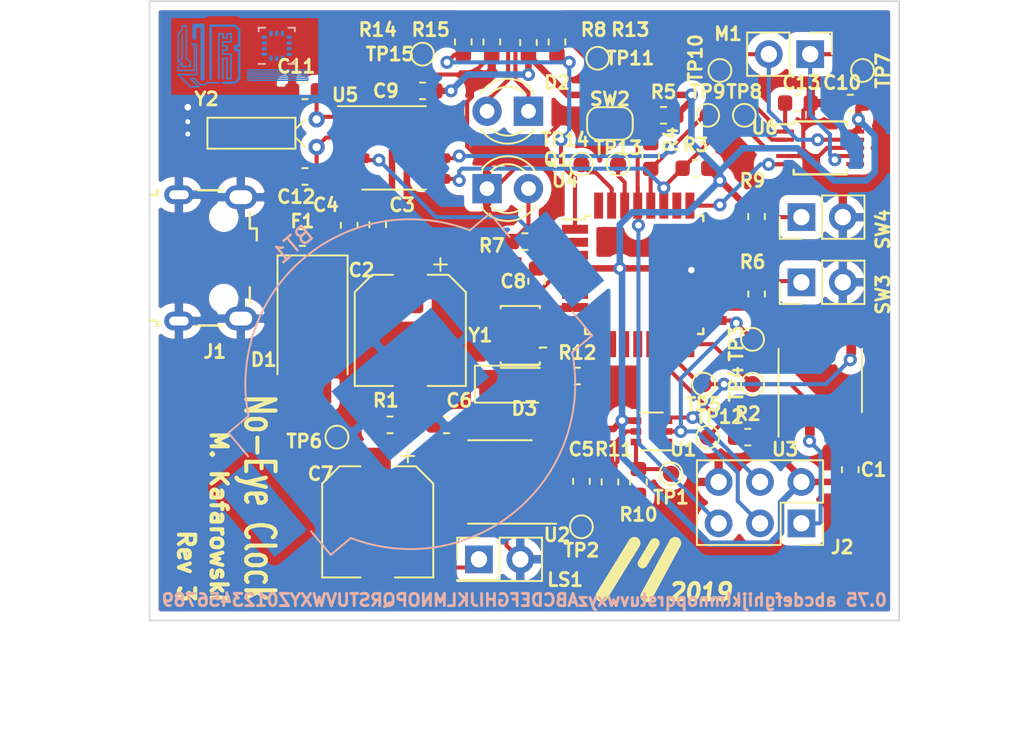
<source format=kicad_pcb>
(kicad_pcb (version 20171130) (host pcbnew "(5.1.4-0-10_14)")
  (layers (0 F.Cu signal) (31 B.Cu signal) (34 B.Paste user) (35 F.Paste user) (36 B.SilkS user) (37 F.SilkS user) (38 B.Mask user) (39 F.Mask user) (44 Edge.Cuts user))
  (net 0 "")
  (net 1 GND)
  (net 2 "Net-(BT1-Pad1)")
  (net 3 +5V)
  (net 4 "Net-(C5-Pad2)")
  (net 5 "Net-(C5-Pad1)")
  (net 6 "Net-(C6-Pad1)")
  (net 7 "Net-(C6-Pad2)")
  (net 8 "Net-(C7-Pad2)")
  (net 9 "Net-(C11-Pad2)")
  (net 10 "Net-(C12-Pad2)")
  (net 11 "Net-(C13-Pad1)")
  (net 12 "Net-(D2-Pad2)")
  (net 13 "Net-(F1-Pad2)")
  (net 14 "Net-(J1-Pad2)")
  (net 15 "Net-(J1-Pad3)")
  (net 16 "Net-(J1-Pad4)")
  (net 17 /MISO)
  (net 18 /SCLK)
  (net 19 /MOSI)
  (net 20 /RESET)
  (net 21 "Net-(M1-Pad1)")
  (net 22 "Net-(M1-Pad2)")
  (net 23 /IR_DETECT)
  (net 24 /SDA)
  (net 25 /SCL)
  (net 26 /BUTTON_MODE)
  (net 27 /IR_LED)
  (net 28 /BUTTON_SET)
  (net 29 "Net-(U2-Pad1)")
  (net 30 "Net-(U2-Pad7)")
  (net 31 "Net-(U2-Pad8)")
  (net 32 /DRV_EN)
  (net 33 "Net-(U4-Pad3)")
  (net 34 "Net-(U4-Pad6)")
  (net 35 "Net-(U4-Pad11)")
  (net 36 "Net-(U4-Pad12)")
  (net 37 "Net-(U4-Pad19)")
  (net 38 "Net-(U4-Pad20)")
  (net 39 "Net-(U4-Pad22)")
  (net 40 "Net-(U4-Pad26)")
  (net 41 "Net-(U5-Pad7)")
  (net 42 "Net-(U6-Pad6)")
  (net 43 "Net-(R10-Pad1)")
  (net 44 /EEPROM_EN)
  (net 45 /RX)
  (net 46 /TX)
  (net 47 /DAC_EN)
  (net 48 "Net-(D3-Pad2)")
  (net 49 /LED)
  (net 50 /XTAL2)
  (net 51 /XTAL1)
  (net 52 "Net-(U4-Pad32)")
  (net 53 "Net-(U4-Pad10)")
  (net 54 "Net-(Q1-Pad2)")
  (net 55 "Net-(Q1-Pad1)")
  (module Resistor_SMD:R_0603_1608Metric (layer F.Cu) (at 153.75 75.537501 90)
    (fp_text reference R8 (at 0.787501 4 180) (layer F.SilkS) (effects (font (size 0.8 0.8) (thickness 0.175))))
    (fp_text value R)
    (pad 2 smd roundrect (at 0.7875 0 90) (size 0.875 0.95) (layers F.Cu F.Paste F.Mask) (net 55 "Net-(Q1-Pad1)"))
    (pad 1 smd roundrect (at -0.7875 0 90) (size 0.875 0.95) (layers F.Cu F.Paste F.Mask) (net 3 +5V))
  )
  (module Package_LGA:LGA-14_2x2mm_P0.35mm_LayoutBorder3x4y (layer B.Cu) (at 138.3025 75.738)
    (fp_text reference REF** hide)
    (fp_text value LGA-14_2x2mm_P0.35mm_LayoutBorder3x4y)
    (pad 14 smd roundrect (at -0.35 0.7625) (size 0.2 0.325) (layers B.Cu B.Paste B.Mask) (clearance 0.01))
    (pad 13 smd roundrect (at 0 0.7625) (size 0.2 0.325) (layers B.Cu B.Paste B.Mask) (clearance 0.01))
    (pad 12 smd roundrect (at 0.35 0.7625) (size 0.2 0.325) (layers B.Cu B.Paste B.Mask) (clearance 0.01))
    (pad 11 smd roundrect (at 0.7625 0.525) (size 0.325 0.2) (layers B.Cu B.Paste B.Mask) (clearance 0.01))
    (pad 10 smd roundrect (at 0.7625 0.175) (size 0.325 0.2) (layers B.Cu B.Paste B.Mask) (clearance 0.01))
    (pad 9 smd roundrect (at 0.7625 -0.175) (size 0.325 0.2) (layers B.Cu B.Paste B.Mask) (clearance 0.01))
    (pad 8 smd roundrect (at 0.7625 -0.525) (size 0.325 0.2) (layers B.Cu B.Paste B.Mask) (clearance 0.01))
    (pad 7 smd roundrect (at 0.35 -0.7625) (size 0.2 0.325) (layers B.Cu B.Paste B.Mask) (clearance 0.01))
    (pad 6 smd roundrect (at 0 -0.7625) (size 0.2 0.325) (layers B.Cu B.Paste B.Mask) (clearance 0.01))
    (pad 5 smd roundrect (at -0.35 -0.7625) (size 0.2 0.325) (layers B.Cu B.Paste B.Mask) (clearance 0.01))
    (pad 4 smd roundrect (at -0.7625 -0.525) (size 0.325 0.2) (layers B.Cu B.Paste B.Mask) (clearance 0.01))
    (pad 3 smd roundrect (at -0.7625 -0.175) (size 0.325 0.2) (layers B.Cu B.Paste B.Mask) (clearance 0.01))
    (pad 2 smd roundrect (at -0.7625 0.175) (size 0.325 0.2) (layers B.Cu B.Paste B.Mask) (clearance 0.01))
    (pad 1 smd roundrect (at -0.7625 0.525) (size 0.325 0.2) (layers B.Cu B.Paste B.Mask) (clearance 0.01))
  )
  (module TestPoint:TestPoint_Pad_D1.0mm (layer F.Cu) (at 147.25 76.25)
    (fp_text reference TP15 (at -2 0) (layer F.SilkS) (effects (font (size 0.8 0.8) (thickness 0.175))))
    (fp_text value TestPoint)
    (pad 1 smd circle (at 0 0) (size 1 1) (layers F.Cu F.Mask) (net 54 "Net-(Q1-Pad2)"))
  )
  (module Resistor_SMD:R_0603_1608Metric (layer F.Cu) (at 151.5 75.5 270)
    (fp_text reference R15 (at -0.75 3.75 180) (layer F.SilkS) (effects (font (size 0.8 0.8) (thickness 0.175))))
    (fp_text value R)
    (pad 2 smd roundrect (at 0.7875 0 270) (size 0.875 0.95) (layers F.Cu F.Paste F.Mask) (net 1 GND))
    (pad 1 smd roundrect (at -0.7875 0 270) (size 0.875 0.95) (layers F.Cu F.Paste F.Mask) (net 54 "Net-(Q1-Pad2)"))
  )
  (module Resistor_SMD:R_0603_1608Metric (layer F.Cu) (at 149.75 75.5 90)
    (fp_text reference R14 (at 0.75 -5.25 180) (layer F.SilkS) (effects (font (size 0.8 0.8) (thickness 0.175))))
    (fp_text value 0R)
    (pad 2 smd roundrect (at 0.7875 0 90) (size 0.875 0.95) (layers F.Cu F.Paste F.Mask) (net 54 "Net-(Q1-Pad2)"))
    (pad 1 smd roundrect (at -0.7875 0 90) (size 0.875 0.95) (layers F.Cu F.Paste F.Mask) (net 23 /IR_DETECT))
  )
  (module Resistor_SMD:R_0603_1608Metric (layer F.Cu) (at 155.5 75.5 90)
    (fp_text reference R13 (at 0.75 4.5) (layer F.SilkS) (effects (font (size 0.8 0.8) (thickness 0.175))))
    (fp_text value 0R)
    (pad 2 smd roundrect (at 0.7875 0 90) (size 0.875 0.95) (layers F.Cu F.Paste F.Mask) (net 55 "Net-(Q1-Pad1)"))
    (pad 1 smd roundrect (at -0.7875 0 90) (size 0.875 0.95) (layers F.Cu F.Paste F.Mask) (net 23 /IR_DETECT))
  )
  (module Capacitor_SMD:C_0603_1608Metric (layer F.Cu) (at 173.5 79.25)
    (fp_text reference C10 (at -0.5 -1.25) (layer F.SilkS) (effects (font (size 0.8 0.8) (thickness 0.175))))
    (fp_text value 1uF)
    (pad 2 smd roundrect (at 0.7875 0) (size 0.875 0.95) (layers F.Cu F.Paste F.Mask) (net 3 +5V))
    (pad 1 smd roundrect (at -0.7875 0) (size 0.875 0.95) (layers F.Cu F.Paste F.Mask) (net 1 GND))
  )
  (module Package_SO:TSSOP-10_3x3mm_P0.5mm (layer F.Cu) (at 171.65 82)
    (fp_text reference U6 (at -3.4 -1.25) (layer F.SilkS) (effects (font (size 0.8 0.8) (thickness 0.175))))
    (fp_text value DRV2605L)
    (pad 10 smd rect (at 2.15 -1) (size 1.1 0.25) (layers F.Cu F.Paste F.Mask) (net 3 +5V))
    (pad 9 smd rect (at 2.15 -0.5) (size 1.1 0.25) (layers F.Cu F.Paste F.Mask) (net 22 "Net-(M1-Pad2)"))
    (pad 8 smd rect (at 2.15 0) (size 1.1 0.25) (layers F.Cu F.Paste F.Mask) (net 1 GND))
    (pad 7 smd rect (at 2.15 0.5) (size 1.1 0.25) (layers F.Cu F.Paste F.Mask) (net 21 "Net-(M1-Pad1)"))
    (pad 6 smd rect (at 2.15 1) (size 1.1 0.25) (layers F.Cu F.Paste F.Mask) (net 42 "Net-(U6-Pad6)"))
    (pad 5 smd rect (at -2.15 1) (size 1.1 0.25) (layers F.Cu F.Paste F.Mask) (net 32 /DRV_EN))
    (pad 4 smd rect (at -2.15 0.5) (size 1.1 0.25) (layers F.Cu F.Paste F.Mask) (net 1 GND))
    (pad 3 smd rect (at -2.15 0) (size 1.1 0.25) (layers F.Cu F.Paste F.Mask) (net 24 /SDA))
    (pad 2 smd rect (at -2.15 -0.5) (size 1.1 0.25) (layers F.Cu F.Paste F.Mask) (net 25 /SCL))
    (pad 1 smd rect (at -2.15 -1) (size 1.1 0.25) (layers F.Cu F.Paste F.Mask) (net 11 "Net-(C13-Pad1)"))
  )
  (module Package_SO:SOIC-8_3.9x4.9mm_P1.27mm (layer F.Cu) (at 171.655 96.275 90)
    (fp_text reference U3 (at -4.225 -2.155 180) (layer F.SilkS) (effects (font (size 0.8 0.8) (thickness 0.175))))
    (fp_text value AT25M01)
    (pad 8 smd roundrect (at 2.475 -1.905 90) (size 1.95 0.6) (layers F.Cu F.Paste F.Mask) (net 3 +5V))
    (pad 7 smd roundrect (at 2.475 -0.635 90) (size 1.95 0.6) (layers F.Cu F.Paste F.Mask) (net 3 +5V))
    (pad 6 smd roundrect (at 2.475 0.635 90) (size 1.95 0.6) (layers F.Cu F.Paste F.Mask) (net 18 /SCLK))
    (pad 5 smd roundrect (at 2.475 1.905 90) (size 1.95 0.6) (layers F.Cu F.Paste F.Mask) (net 19 /MOSI))
    (pad 4 smd roundrect (at -2.475 1.905 90) (size 1.95 0.6) (layers F.Cu F.Paste F.Mask) (net 1 GND))
    (pad 3 smd roundrect (at -2.475 0.635 90) (size 1.95 0.6) (layers F.Cu F.Paste F.Mask) (net 1 GND))
    (pad 2 smd roundrect (at -2.475 -0.635 90) (size 1.95 0.6) (layers F.Cu F.Paste F.Mask) (net 17 /MISO))
    (pad 1 smd roundrect (at -2.475 -1.905 90) (size 1.95 0.6) (layers F.Cu F.Paste F.Mask) (net 44 /EEPROM_EN))
  )
  (module LED_THT:LED_D3.0mm_Clear (layer F.Cu) (at 153.75 79.75 180)
    (fp_text reference Q1 (at -1.75 -2.96) (layer F.SilkS) (effects (font (size 0.8 0.8) (thickness 0.175))))
    (fp_text value Q_Photo_NPN)
    (pad 2 thru_hole circle (at 2.54 0 180) (size 1.8 1.8) (drill 0.9) (layers *.Cu *.Mask) (net 54 "Net-(Q1-Pad2)"))
    (pad 1 thru_hole rect (at 0 0 180) (size 1.8 1.8) (drill 0.9) (layers *.Cu *.Mask) (net 55 "Net-(Q1-Pad1)"))
  )
  (module TestPoint:TestPoint_Pad_D1.0mm (layer F.Cu) (at 158 76.5)
    (fp_text reference TP11 (at 2 0) (layer F.SilkS) (effects (font (size 0.8 0.8) (thickness 0.175))))
    (fp_text value TestPoint)
    (pad 1 smd circle (at 0 0) (size 1 1) (layers F.Cu F.Mask) (net 55 "Net-(Q1-Pad1)"))
  )
  (module Resistor_SMD:R_0603_1608Metric (layer F.Cu) (at 156.75 96)
    (fp_text reference R12 (at 0 -1.43) (layer F.SilkS) (effects (font (size 0.8 0.8) (thickness 0.175))))
    (fp_text value 10K)
    (pad 2 smd roundrect (at 0.7875 0) (size 0.875 0.95) (layers F.Cu F.Paste F.Mask) (net 49 /LED))
    (pad 1 smd roundrect (at -0.7875 0) (size 0.875 0.95) (layers F.Cu F.Paste F.Mask) (net 48 "Net-(D3-Pad2)"))
  )
  (module Resistor_SMD:R_0603_1608Metric (layer F.Cu) (at 158.75 102.5 90)
    (fp_text reference R11 (at 2 0.25 180) (layer F.SilkS) (effects (font (size 0.8 0.8) (thickness 0.175))))
    (fp_text value 1K)
    (pad 2 smd roundrect (at 0.7875 0 90) (size 0.875 0.95) (layers F.Cu F.Paste F.Mask) (net 1 GND))
    (pad 1 smd roundrect (at -0.7875 0 90) (size 0.875 0.95) (layers F.Cu F.Paste F.Mask) (net 4 "Net-(C5-Pad2)"))
  )
  (module Resistor_SMD:R_0603_1608Metric (layer F.Cu) (at 160.5 102.5 270)
    (fp_text reference R10 (at 2 0 180) (layer F.SilkS) (effects (font (size 0.8 0.8) (thickness 0.175))))
    (fp_text value 20K)
    (pad 2 smd roundrect (at 0.7875 0 270) (size 0.875 0.95) (layers F.Cu F.Paste F.Mask) (net 4 "Net-(C5-Pad2)"))
    (pad 1 smd roundrect (at -0.7875 0 270) (size 0.875 0.95) (layers F.Cu F.Paste F.Mask) (net 43 "Net-(R10-Pad1)"))
  )
  (module Resistor_SMD:R_0603_1608Metric (layer F.Cu) (at 167.75 86.2125 270)
    (fp_text reference R9 (at -2.2125 0.25 180) (layer F.SilkS) (effects (font (size 0.8 0.8) (thickness 0.175))))
    (fp_text value 10K)
    (pad 2 smd roundrect (at 0.7875 0 270) (size 0.875 0.95) (layers F.Cu F.Paste F.Mask) (net 28 /BUTTON_SET))
    (pad 1 smd roundrect (at -0.7875 0 270) (size 0.875 0.95) (layers F.Cu F.Paste F.Mask) (net 3 +5V))
  )
  (module Resistor_SMD:R_0603_1608Metric (layer F.Cu) (at 153.5375 87.75 180)
    (fp_text reference R7 (at 2.0375 -0.25) (layer F.SilkS) (effects (font (size 0.8 0.8) (thickness 0.175))))
    (fp_text value 470R)
    (pad 2 smd roundrect (at 0.7875 0 180) (size 0.875 0.95) (layers F.Cu F.Paste F.Mask) (net 12 "Net-(D2-Pad2)"))
    (pad 1 smd roundrect (at -0.7875 0 180) (size 0.875 0.95) (layers F.Cu F.Paste F.Mask) (net 27 /IR_LED))
  )
  (module Resistor_SMD:R_0603_1608Metric (layer F.Cu) (at 167.75 90.9625 90)
    (fp_text reference R6 (at 1.9625 -0.25 180) (layer F.SilkS) (effects (font (size 0.8 0.8) (thickness 0.175))))
    (fp_text value 10K)
    (pad 2 smd roundrect (at 0.7875 0 90) (size 0.875 0.95) (layers F.Cu F.Paste F.Mask) (net 26 /BUTTON_MODE))
    (pad 1 smd roundrect (at -0.7875 0 90) (size 0.875 0.95) (layers F.Cu F.Paste F.Mask) (net 3 +5V))
  )
  (module Resistor_SMD:R_0603_1608Metric (layer F.Cu) (at 162.0375 80)
    (fp_text reference R5 (at 0 -1.43) (layer F.SilkS) (effects (font (size 0.8 0.8) (thickness 0.175))))
    (fp_text value 10K)
    (pad 2 smd roundrect (at 0.7875 0) (size 0.875 0.95) (layers F.Cu F.Paste F.Mask) (net 3 +5V))
    (pad 1 smd roundrect (at -0.7875 0) (size 0.875 0.95) (layers F.Cu F.Paste F.Mask) (net 20 /RESET))
  )
  (module Resistor_SMD:R_0603_1608Metric (layer F.Cu) (at 161.25 82.5 90)
    (fp_text reference R4 (at 1 1.25 270) (layer F.SilkS) (effects (font (size 0.8 0.8) (thickness 0.175))))
    (fp_text value 10K)
    (pad 2 smd roundrect (at 0.7875 0 90) (size 0.875 0.95) (layers F.Cu F.Paste F.Mask) (net 3 +5V))
    (pad 1 smd roundrect (at -0.7875 0 90) (size 0.875 0.95) (layers F.Cu F.Paste F.Mask) (net 25 /SCL))
  )
  (module Resistor_SMD:R_0603_1608Metric (layer F.Cu) (at 164 83.25)
    (fp_text reference R3 (at 0 -1.43) (layer F.SilkS) (effects (font (size 0.8 0.8) (thickness 0.175))))
    (fp_text value 10K)
    (pad 2 smd roundrect (at 0.7875 0) (size 0.875 0.95) (layers F.Cu F.Paste F.Mask) (net 3 +5V))
    (pad 1 smd roundrect (at -0.7875 0) (size 0.875 0.95) (layers F.Cu F.Paste F.Mask) (net 24 /SDA))
  )
  (module Resistor_SMD:R_0603_1608Metric (layer F.Cu) (at 167.2125 99.75)
    (fp_text reference R2 (at 0 -1.43) (layer F.SilkS) (effects (font (size 0.8 0.8) (thickness 0.175))))
    (fp_text value 10K)
    (pad 2 smd roundrect (at 0.7875 0) (size 0.875 0.95) (layers F.Cu F.Paste F.Mask) (net 3 +5V))
    (pad 1 smd roundrect (at -0.7875 0) (size 0.875 0.95) (layers F.Cu F.Paste F.Mask) (net 44 /EEPROM_EN))
  )
  (module Resistor_SMD:R_0603_1608Metric (layer F.Cu) (at 145.25 99 180)
    (fp_text reference R1 (at 0.25 1.5) (layer F.SilkS) (effects (font (size 0.8 0.8) (thickness 0.175))))
    (fp_text value 10R)
    (pad 2 smd roundrect (at 0.7875 0 180) (size 0.875 0.95) (layers F.Cu F.Paste F.Mask) (net 1 GND))
    (pad 1 smd roundrect (at -0.7875 0 180) (size 0.875 0.95) (layers F.Cu F.Paste F.Mask) (net 7 "Net-(C6-Pad2)"))
  )
  (module Capacitor_SMD:C_0603_1608Metric (layer F.Cu) (at 170.2875 79.25)
    (fp_text reference C13 (at 0.2125 -1.25) (layer F.SilkS) (effects (font (size 0.8 0.8) (thickness 0.175))))
    (fp_text value 1uF)
    (pad 2 smd roundrect (at 0.7875 0) (size 0.875 0.95) (layers F.Cu F.Paste F.Mask) (net 1 GND))
    (pad 1 smd roundrect (at -0.7875 0) (size 0.875 0.95) (layers F.Cu F.Paste F.Mask) (net 11 "Net-(C13-Pad1)"))
  )
  (module Capacitor_SMD:C_0603_1608Metric (layer F.Cu) (at 140.0375 83.75)
    (fp_text reference C12 (at -0.5375 1.25) (layer F.SilkS) (effects (font (size 0.8 0.8) (thickness 0.175))))
    (fp_text value 12.5pF)
    (pad 2 smd roundrect (at 0.7875 0) (size 0.875 0.95) (layers F.Cu F.Paste F.Mask) (net 10 "Net-(C12-Pad2)"))
    (pad 1 smd roundrect (at -0.7875 0) (size 0.875 0.95) (layers F.Cu F.Paste F.Mask) (net 1 GND))
  )
  (module Capacitor_SMD:C_0603_1608Metric (layer F.Cu) (at 140.0375 78.5)
    (fp_text reference C11 (at -0.5375 -1.5) (layer F.SilkS) (effects (font (size 0.8 0.8) (thickness 0.175))))
    (fp_text value 12.5pF)
    (pad 2 smd roundrect (at 0.7875 0) (size 0.875 0.95) (layers F.Cu F.Paste F.Mask) (net 9 "Net-(C11-Pad2)"))
    (pad 1 smd roundrect (at -0.7875 0) (size 0.875 0.95) (layers F.Cu F.Paste F.Mask) (net 1 GND))
  )
  (module Capacitor_SMD:C_0603_1608Metric (layer F.Cu) (at 147.25 78.5)
    (fp_text reference C9 (at -2.25 0) (layer F.SilkS) (effects (font (size 0.8 0.8) (thickness 0.175))))
    (fp_text value 0.1uF)
    (pad 2 smd roundrect (at 0.7875 0) (size 0.875 0.95) (layers F.Cu F.Paste F.Mask) (net 3 +5V))
    (pad 1 smd roundrect (at -0.7875 0) (size 0.875 0.95) (layers F.Cu F.Paste F.Mask) (net 1 GND))
  )
  (module Capacitor_SMD:C_0603_1608Metric (layer F.Cu) (at 154.25 90.1875 90)
    (fp_text reference C8 (at 0 -1.43 180) (layer F.SilkS) (effects (font (size 0.8 0.8) (thickness 0.175))))
    (fp_text value 0.1uF)
    (pad 2 smd roundrect (at 0.7875 0 90) (size 0.875 0.95) (layers F.Cu F.Paste F.Mask) (net 3 +5V))
    (pad 1 smd roundrect (at -0.7875 0 90) (size 0.875 0.95) (layers F.Cu F.Paste F.Mask) (net 1 GND))
  )
  (module Capacitor_SMD:C_0603_1608Metric (layer F.Cu) (at 148.7125 99 180)
    (fp_text reference C6 (at -0.7875 1.5) (layer F.SilkS) (effects (font (size 0.8 0.8) (thickness 0.175))))
    (fp_text value 0.05uF)
    (pad 2 smd roundrect (at 0.7875 0 180) (size 0.875 0.95) (layers F.Cu F.Paste F.Mask) (net 7 "Net-(C6-Pad2)"))
    (pad 1 smd roundrect (at -0.7875 0 180) (size 0.875 0.95) (layers F.Cu F.Paste F.Mask) (net 6 "Net-(C6-Pad1)"))
  )
  (module Capacitor_SMD:C_0603_1608Metric (layer F.Cu) (at 157 102.4625 270)
    (fp_text reference C5 (at -1.9625 0 180) (layer F.SilkS) (effects (font (size 0.8 0.8) (thickness 0.175))))
    (fp_text value 10uF)
    (pad 2 smd roundrect (at 0.7875 0 270) (size 0.875 0.95) (layers F.Cu F.Paste F.Mask) (net 4 "Net-(C5-Pad2)"))
    (pad 1 smd roundrect (at -0.7875 0 270) (size 0.875 0.95) (layers F.Cu F.Paste F.Mask) (net 5 "Net-(C5-Pad1)"))
  )
  (module Capacitor_SMD:C_0603_1608Metric (layer F.Cu) (at 142.75 86.75 90)
    (fp_text reference C4 (at 1.25 -1.43 180) (layer F.SilkS) (effects (font (size 0.8 0.8) (thickness 0.175))))
    (fp_text value 1nF)
    (pad 2 smd roundrect (at 0.7875 0 90) (size 0.875 0.95) (layers F.Cu F.Paste F.Mask) (net 1 GND))
    (pad 1 smd roundrect (at -0.7875 0 90) (size 0.875 0.95) (layers F.Cu F.Paste F.Mask) (net 3 +5V))
  )
  (module Capacitor_SMD:C_0603_1608Metric (layer F.Cu) (at 144.5 86.7125 90)
    (fp_text reference C3 (at 1.2125 1.5 180) (layer F.SilkS) (effects (font (size 0.8 0.8) (thickness 0.175))))
    (fp_text value 100nF)
    (pad 2 smd roundrect (at 0.7875 0 90) (size 0.875 0.95) (layers F.Cu F.Paste F.Mask) (net 1 GND))
    (pad 1 smd roundrect (at -0.7875 0 90) (size 0.875 0.95) (layers F.Cu F.Paste F.Mask) (net 3 +5V))
  )
  (module Capacitor_SMD:C_0603_1608Metric (layer F.Cu) (at 173.5 101.75 270)
    (fp_text reference C1 (at 0 -1.43) (layer F.SilkS) (effects (font (size 0.8 0.8) (thickness 0.175))))
    (fp_text value 0.1uF)
    (pad 2 smd roundrect (at 0.7875 0 270) (size 0.875 0.95) (layers F.Cu F.Paste F.Mask) (net 3 +5V))
    (pad 1 smd roundrect (at -0.7875 0 270) (size 0.875 0.95) (layers F.Cu F.Paste F.Mask) (net 1 GND))
  )
  (module LED_SMD:LED_1206_3216Metric (layer F.Cu) (at 152.75 96.5)
    (fp_text reference D3 (at 0.75 1.5) (layer F.SilkS) (effects (font (size 0.8 0.8) (thickness 0.175))))
    (fp_text value IR204A)
    (pad 2 smd roundrect (at 1.4 0) (size 1.25 1.75) (layers F.Cu F.Paste F.Mask) (roundrect_rratio 0.2) (net 48 "Net-(D3-Pad2)"))
    (pad 1 smd roundrect (at -1.4 0) (size 1.25 1.75) (layers F.Cu F.Paste F.Mask) (roundrect_rratio 0.2) (net 1 GND))
  )
  (module Crystal:Crystal_DS15_D1.5mm_L5.0mm_Horizontal (layer F.Cu) (at 140.75 80.25 270)
    (fp_text reference Y2 (at -1.25 6.75) (layer F.SilkS) (effects (font (size 0.8 0.8) (thickness 0.175))))
    (fp_text value Crystal_Small)
    (pad 2 thru_hole circle (at 1.7 0 270) (size 1 1) (drill 0.5) (layers *.Cu *.Mask) (net 10 "Net-(C12-Pad2)"))
    (pad 1 thru_hole circle (at 0 0 270) (size 1 1) (drill 0.5) (layers *.Cu *.Mask) (net 9 "Net-(C11-Pad2)"))
  )
  (module Crystal:Resonator_SMD_muRata_CSTxExxV-3Pin_3.0x1.1mm_HandSoldering (layer F.Cu) (at 153.25 93.5 90)
    (fp_text reference Y1 (at 0 -2.45 180) (layer F.SilkS) (effects (font (size 0.8 0.8) (thickness 0.175))))
    (fp_text value Resonator)
    (pad 3 smd rect (at 1.2 0 90) (size 0.4 3.2) (layers F.Cu F.Paste F.Mask) (net 51 /XTAL1))
    (pad 2 smd rect (at 0 0 90) (size 0.4 3.2) (layers F.Cu F.Paste F.Mask) (net 1 GND))
    (pad 1 smd rect (at -1.2 0 90) (size 0.4 3.2) (layers F.Cu F.Paste F.Mask) (net 50 /XTAL2))
  )
  (module Package_SO:SOIC-8_3.9x4.9mm_P1.27mm (layer F.Cu) (at 145.5 82)
    (fp_text reference U5 (at -3 -3.25) (layer F.SilkS) (effects (font (size 0.8 0.8) (thickness 0.175))))
    (fp_text value MCP7940N)
    (pad 8 smd roundrect (at 2.475 -1.905) (size 1.95 0.6) (layers F.Cu F.Paste F.Mask) (net 3 +5V))
    (pad 7 smd roundrect (at 2.475 -0.635) (size 1.95 0.6) (layers F.Cu F.Paste F.Mask) (net 41 "Net-(U5-Pad7)"))
    (pad 6 smd roundrect (at 2.475 0.635) (size 1.95 0.6) (layers F.Cu F.Paste F.Mask) (net 25 /SCL))
    (pad 5 smd roundrect (at 2.475 1.905) (size 1.95 0.6) (layers F.Cu F.Paste F.Mask) (net 24 /SDA))
    (pad 4 smd roundrect (at -2.475 1.905) (size 1.95 0.6) (layers F.Cu F.Paste F.Mask) (net 1 GND))
    (pad 3 smd roundrect (at -2.475 0.635) (size 1.95 0.6) (layers F.Cu F.Paste F.Mask) (net 2 "Net-(BT1-Pad1)"))
    (pad 2 smd roundrect (at -2.475 -0.635) (size 1.95 0.6) (layers F.Cu F.Paste F.Mask) (net 10 "Net-(C12-Pad2)"))
    (pad 1 smd roundrect (at -2.475 -1.905) (size 1.95 0.6) (layers F.Cu F.Paste F.Mask) (net 9 "Net-(C11-Pad2)"))
  )
  (module Package_QFP:TQFP-32_7x7mm_P0.8mm (layer F.Cu) (at 160.856 89.794)
    (fp_text reference U4 (at -4.856 -5.794) (layer F.SilkS) (effects (font (size 0.8 0.8) (thickness 0.175))))
    (fp_text value ATmega328PB-AU)
    (pad 32 smd rect (at -2.8 -4.25 90) (size 1.6 0.55) (layers F.Cu F.Paste F.Mask) (net 52 "Net-(U4-Pad32)"))
    (pad 31 smd rect (at -2 -4.25 90) (size 1.6 0.55) (layers F.Cu F.Paste F.Mask) (net 46 /TX))
    (pad 30 smd rect (at -1.2 -4.25 90) (size 1.6 0.55) (layers F.Cu F.Paste F.Mask) (net 45 /RX))
    (pad 29 smd rect (at -0.4 -4.25 90) (size 1.6 0.55) (layers F.Cu F.Paste F.Mask) (net 20 /RESET))
    (pad 28 smd rect (at 0.4 -4.25 90) (size 1.6 0.55) (layers F.Cu F.Paste F.Mask) (net 25 /SCL))
    (pad 27 smd rect (at 1.2 -4.25 90) (size 1.6 0.55) (layers F.Cu F.Paste F.Mask) (net 24 /SDA))
    (pad 26 smd rect (at 2 -4.25 90) (size 1.6 0.55) (layers F.Cu F.Paste F.Mask) (net 40 "Net-(U4-Pad26)"))
    (pad 25 smd rect (at 2.8 -4.25 90) (size 1.6 0.55) (layers F.Cu F.Paste F.Mask) (net 32 /DRV_EN))
    (pad 24 smd rect (at 4.25 -2.8) (size 1.6 0.55) (layers F.Cu F.Paste F.Mask) (net 28 /BUTTON_SET))
    (pad 23 smd rect (at 4.25 -2) (size 1.6 0.55) (layers F.Cu F.Paste F.Mask) (net 26 /BUTTON_MODE))
    (pad 22 smd rect (at 4.25 -1.2) (size 1.6 0.55) (layers F.Cu F.Paste F.Mask) (net 39 "Net-(U4-Pad22)"))
    (pad 21 smd rect (at 4.25 -0.4) (size 1.6 0.55) (layers F.Cu F.Paste F.Mask) (net 1 GND))
    (pad 20 smd rect (at 4.25 0.4) (size 1.6 0.55) (layers F.Cu F.Paste F.Mask) (net 38 "Net-(U4-Pad20)"))
    (pad 19 smd rect (at 4.25 1.2) (size 1.6 0.55) (layers F.Cu F.Paste F.Mask) (net 37 "Net-(U4-Pad19)"))
    (pad 18 smd rect (at 4.25 2) (size 1.6 0.55) (layers F.Cu F.Paste F.Mask) (net 3 +5V))
    (pad 17 smd rect (at 4.25 2.8) (size 1.6 0.55) (layers F.Cu F.Paste F.Mask) (net 18 /SCLK))
    (pad 16 smd rect (at 2.8 4.25 90) (size 1.6 0.55) (layers F.Cu F.Paste F.Mask) (net 17 /MISO))
    (pad 15 smd rect (at 2 4.25 90) (size 1.6 0.55) (layers F.Cu F.Paste F.Mask) (net 19 /MOSI))
    (pad 14 smd rect (at 1.2 4.25 90) (size 1.6 0.55) (layers F.Cu F.Paste F.Mask) (net 44 /EEPROM_EN))
    (pad 13 smd rect (at 0.4 4.25 90) (size 1.6 0.55) (layers F.Cu F.Paste F.Mask) (net 47 /DAC_EN))
    (pad 12 smd rect (at -0.4 4.25 90) (size 1.6 0.55) (layers F.Cu F.Paste F.Mask) (net 36 "Net-(U4-Pad12)"))
    (pad 11 smd rect (at -1.2 4.25 90) (size 1.6 0.55) (layers F.Cu F.Paste F.Mask) (net 35 "Net-(U4-Pad11)"))
    (pad 10 smd rect (at -2 4.25 90) (size 1.6 0.55) (layers F.Cu F.Paste F.Mask) (net 53 "Net-(U4-Pad10)"))
    (pad 9 smd rect (at -2.8 4.25 90) (size 1.6 0.55) (layers F.Cu F.Paste F.Mask) (net 49 /LED))
    (pad 8 smd rect (at -4.25 2.8) (size 1.6 0.55) (layers F.Cu F.Paste F.Mask) (net 50 /XTAL2))
    (pad 7 smd rect (at -4.25 2) (size 1.6 0.55) (layers F.Cu F.Paste F.Mask) (net 51 /XTAL1))
    (pad 6 smd rect (at -4.25 1.2) (size 1.6 0.55) (layers F.Cu F.Paste F.Mask) (net 34 "Net-(U4-Pad6)"))
    (pad 5 smd rect (at -4.25 0.4) (size 1.6 0.55) (layers F.Cu F.Paste F.Mask) (net 1 GND))
    (pad 4 smd rect (at -4.25 -0.4) (size 1.6 0.55) (layers F.Cu F.Paste F.Mask) (net 3 +5V))
    (pad 3 smd rect (at -4.25 -1.2) (size 1.6 0.55) (layers F.Cu F.Paste F.Mask) (net 33 "Net-(U4-Pad3)"))
    (pad 2 smd rect (at -4.25 -2) (size 1.6 0.55) (layers F.Cu F.Paste F.Mask) (net 27 /IR_LED))
    (pad 1 smd rect (at -4.25 -2.8) (size 1.6 0.55) (layers F.Cu F.Paste F.Mask) (net 23 /IR_DETECT))
  )
  (module Package_SO:SOIC-8_3.9x4.9mm_P1.27mm (layer F.Cu) (at 152 102.5 180)
    (fp_text reference U2 (at -3.5 -3.25) (layer F.SilkS) (effects (font (size 0.8 0.8) (thickness 0.175))))
    (fp_text value LM386)
    (pad 8 smd roundrect (at 2.475 -1.905 180) (size 1.95 0.6) (layers F.Cu F.Paste F.Mask) (net 31 "Net-(U2-Pad8)"))
    (pad 7 smd roundrect (at 2.475 -0.635 180) (size 1.95 0.6) (layers F.Cu F.Paste F.Mask) (net 30 "Net-(U2-Pad7)"))
    (pad 6 smd roundrect (at 2.475 0.635 180) (size 1.95 0.6) (layers F.Cu F.Paste F.Mask) (net 3 +5V))
    (pad 5 smd roundrect (at 2.475 1.905 180) (size 1.95 0.6) (layers F.Cu F.Paste F.Mask) (net 6 "Net-(C6-Pad1)"))
    (pad 4 smd roundrect (at -2.475 1.905 180) (size 1.95 0.6) (layers F.Cu F.Paste F.Mask) (net 1 GND))
    (pad 3 smd roundrect (at -2.475 0.635 180) (size 1.95 0.6) (layers F.Cu F.Paste F.Mask) (net 5 "Net-(C5-Pad1)"))
    (pad 2 smd roundrect (at -2.475 -0.635 180) (size 1.95 0.6) (layers F.Cu F.Paste F.Mask) (net 1 GND))
    (pad 1 smd roundrect (at -2.475 -1.905 180) (size 1.95 0.6) (layers F.Cu F.Paste F.Mask) (net 29 "Net-(U2-Pad1)"))
  )
  (module Package_TO_SOT_SMD:SOT-363_SC-70-6 (layer F.Cu) (at 161.3 99.4 180)
    (fp_text reference U1 (at -1.95 -1.1) (layer F.SilkS) (effects (font (size 0.8 0.8) (thickness 0.175))))
    (fp_text value LTC2630)
    (pad 6 smd rect (at 0.95 -0.65 180) (size 0.65 0.4) (layers F.Cu F.Paste F.Mask) (net 43 "Net-(R10-Pad1)"))
    (pad 4 smd rect (at 0.95 0.65 180) (size 0.65 0.4) (layers F.Cu F.Paste F.Mask) (net 3 +5V))
    (pad 2 smd rect (at -0.95 0 180) (size 0.65 0.4) (layers F.Cu F.Paste F.Mask) (net 18 /SCLK))
    (pad 5 smd rect (at 0.95 0 180) (size 0.65 0.4) (layers F.Cu F.Paste F.Mask) (net 1 GND))
    (pad 3 smd rect (at -0.95 0.65 180) (size 0.65 0.4) (layers F.Cu F.Paste F.Mask) (net 19 /MOSI))
    (pad 1 smd rect (at -0.95 -0.65 180) (size 0.65 0.4) (layers F.Cu F.Paste F.Mask) (net 47 /DAC_EN))
  )
  (module TestPoint:TestPoint_Pad_D1.0mm (layer F.Cu) (at 157 83)
    (fp_text reference TP14 (at -1 -1.5) (layer F.SilkS) (effects (font (size 0.8 0.8) (thickness 0.175))))
    (fp_text value TestPoint)
    (pad 1 smd circle (at 0 0) (size 1 1) (layers F.Cu F.Mask) (net 46 /TX))
  )
  (module TestPoint:TestPoint_Pad_D1.0mm (layer F.Cu) (at 159.25 83)
    (fp_text reference TP13 (at 0 -1) (layer F.SilkS) (effects (font (size 0.8 0.8) (thickness 0.175))))
    (fp_text value TestPoint)
    (pad 1 smd circle (at 0 0) (size 1 1) (layers F.Cu F.Mask) (net 45 /RX))
  )
  (module TestPoint:TestPoint_Pad_D1.0mm (layer F.Cu) (at 164.75 99.75 270)
    (fp_text reference TP12 (at -1.25 -0.75 180) (layer F.SilkS) (effects (font (size 0.8 0.8) (thickness 0.175))))
    (fp_text value TestPoint)
    (pad 1 smd circle (at 0 0 270) (size 1 1) (layers F.Cu F.Mask) (net 44 /EEPROM_EN))
  )
  (module TestPoint:TestPoint_Pad_D1.0mm (layer F.Cu) (at 165.5 77.25 90)
    (fp_text reference TP10 (at 0.75 -1.5 90) (layer F.SilkS) (effects (font (size 0.8 0.8) (thickness 0.175))))
    (fp_text value TestPoint)
    (pad 1 smd circle (at 0 0 90) (size 1 1) (layers F.Cu F.Mask) (net 22 "Net-(M1-Pad2)"))
  )
  (module TestPoint:TestPoint_Pad_D1.0mm (layer F.Cu) (at 164.75 80)
    (fp_text reference TP9 (at 0 -1.448) (layer F.SilkS) (effects (font (size 0.8 0.8) (thickness 0.175))))
    (fp_text value TestPoint)
    (pad 1 smd circle (at 0 0) (size 1 1) (layers F.Cu F.Mask) (net 25 /SCL))
  )
  (module TestPoint:TestPoint_Pad_D1.0mm (layer F.Cu) (at 167 80)
    (fp_text reference TP8 (at 0 -1.448) (layer F.SilkS) (effects (font (size 0.8 0.8) (thickness 0.175))))
    (fp_text value TestPoint)
    (pad 1 smd circle (at 0 0) (size 1 1) (layers F.Cu F.Mask) (net 24 /SDA))
  )
  (module TestPoint:TestPoint_Pad_D1.0mm (layer F.Cu) (at 174.25 77.25 90)
    (fp_text reference TP7 (at 0 1.25 90) (layer F.SilkS) (effects (font (size 0.8 0.8) (thickness 0.175))))
    (fp_text value TestPoint)
    (pad 1 smd circle (at 0 0 90) (size 1 1) (layers F.Cu F.Mask) (net 21 "Net-(M1-Pad1)"))
  )
  (module TestPoint:TestPoint_Pad_D1.0mm (layer F.Cu) (at 142 99.75 180)
    (fp_text reference TP6 (at 2 -0.25) (layer F.SilkS) (effects (font (size 0.8 0.8) (thickness 0.175))))
    (fp_text value TestPoint)
    (pad 1 smd circle (at 0 0 180) (size 1 1) (layers F.Cu F.Mask) (net 6 "Net-(C6-Pad1)"))
  )
  (module TestPoint:TestPoint_Pad_D1.0mm (layer F.Cu) (at 164.5 96.5)
    (fp_text reference TP5 (at 0 1.25) (layer F.SilkS) (effects (font (size 0.8 0.8) (thickness 0.175))))
    (fp_text value TestPoint)
    (pad 1 smd circle (at 0 0) (size 1 1) (layers F.Cu F.Mask) (net 19 /MOSI))
  )
  (module TestPoint:TestPoint_Pad_D1.0mm (layer F.Cu) (at 167.5 96.5)
    (fp_text reference TP4 (at -1 0 90) (layer F.SilkS) (effects (font (size 0.8 0.8) (thickness 0.175))))
    (fp_text value TestPoint)
    (pad 1 smd circle (at 0 0) (size 1 1) (layers F.Cu F.Mask) (net 17 /MISO))
  )
  (module TestPoint:TestPoint_Pad_D1.0mm (layer F.Cu) (at 167.5 93.75)
    (fp_text reference TP3 (at -1 0.25 90) (layer F.SilkS) (effects (font (size 0.8 0.8) (thickness 0.175))))
    (fp_text value TestPoint)
    (pad 1 smd circle (at 0 0) (size 1 1) (layers F.Cu F.Mask) (net 18 /SCLK))
  )
  (module TestPoint:TestPoint_Pad_D1.0mm (layer F.Cu) (at 157 105.25 180)
    (fp_text reference TP2 (at 0 -1.448) (layer F.SilkS) (effects (font (size 0.8 0.8) (thickness 0.175))))
    (fp_text value TestPoint)
    (pad 1 smd circle (at 0 0 180) (size 1 1) (layers F.Cu F.Mask) (net 5 "Net-(C5-Pad1)"))
  )
  (module TestPoint:TestPoint_Pad_D1.0mm (layer F.Cu) (at 162.5 102 180)
    (fp_text reference TP1 (at 0 -1.448) (layer F.SilkS) (effects (font (size 0.8 0.8) (thickness 0.175))))
    (fp_text value TestPoint)
    (pad 1 smd circle (at 0 0 180) (size 1 1) (layers F.Cu F.Mask) (net 43 "Net-(R10-Pad1)"))
  )
  (module Connector_PinHeader_2.54mm:PinHeader_1x02_P2.54mm_Vertical (layer F.Cu) (at 170.5 86.25 90)
    (fp_text reference SW4 (at -0.75 5 90) (layer F.SilkS) (effects (font (size 0.8 0.8) (thickness 0.175))))
    (fp_text value SW_Push)
    (pad 2 thru_hole oval (at 0 2.54 90) (size 1.7 1.7) (drill 1) (layers *.Cu *.Mask) (net 1 GND))
    (pad 1 thru_hole rect (at 0 0 90) (size 1.7 1.7) (drill 1) (layers *.Cu *.Mask) (net 28 /BUTTON_SET))
  )
  (module Connector_PinHeader_2.54mm:PinHeader_1x02_P2.54mm_Vertical (layer F.Cu) (at 170.5 90.25 90)
    (fp_text reference SW3 (at -0.75 5 90) (layer F.SilkS) (effects (font (size 0.8 0.8) (thickness 0.175))))
    (fp_text value SW_Push)
    (pad 2 thru_hole oval (at 0 2.54 90) (size 1.7 1.7) (drill 1) (layers *.Cu *.Mask) (net 1 GND))
    (pad 1 thru_hole rect (at 0 0 90) (size 1.7 1.7) (drill 1) (layers *.Cu *.Mask) (net 26 /BUTTON_MODE))
  )
  (module Jumper:SolderJumper-2_P1.3mm_Open_RoundedPad1.0x1.5mm (layer F.Cu) (at 158.75 80.5 180)
    (fp_text reference SW2 (at 0 1.5) (layer F.SilkS) (effects (font (size 0.8 0.8) (thickness 0.175))))
    (fp_text value SW_Push)
    (pad 2 smd custom (at 0.65 0 180) (size 1 0.5) (layers F.Cu F.Mask) (net 1 GND) (options (clearance outline) (anchor rect)) (primitives (gr_circle (center 0 0.25) (end 0.5 0.25) (width 0)) (gr_circle (center 0 -0.25) (end 0.5 -0.25) (width 0)) (gr_poly (pts (xy 0 -0.75) (xy -0.5 -0.75) (xy -0.5 0.75) (xy 0 0.75)) (width 0))))
    (pad 1 smd custom (at -0.65 0 180) (size 1 0.5) (layers F.Cu F.Mask) (net 20 /RESET) (options (clearance outline) (anchor rect)) (primitives (gr_circle (center 0 0.25) (end 0.5 0.25) (width 0)) (gr_circle (center 0 -0.25) (end 0.5 -0.25) (width 0)) (gr_poly (pts (xy 0 -0.75) (xy 0.5 -0.75) (xy 0.5 0.75) (xy 0 0.75)) (width 0))))
  )
  (module Connector_PinHeader_2.54mm:PinHeader_1x02_P2.54mm_Vertical (layer F.Cu) (at 171.04 76.25 270)
    (fp_text reference M1 (at -1.25 5.04 180) (layer F.SilkS) (effects (font (size 0.8 0.8) (thickness 0.175))))
    (fp_text value Motor_DC)
    (pad 2 thru_hole oval (at 0 2.54 270) (size 1.7 1.7) (drill 1) (layers *.Cu *.Mask) (net 22 "Net-(M1-Pad2)"))
    (pad 1 thru_hole rect (at 0 0 270) (size 1.7 1.7) (drill 1) (layers *.Cu *.Mask) (net 21 "Net-(M1-Pad1)"))
  )
  (module Connector_PinHeader_2.54mm:PinHeader_2x01_P2.54mm_Vertical (layer F.Cu) (at 150.71 107.25)
    (fp_text reference LS1 (at 5.29 1.25) (layer F.SilkS) (effects (font (size 0.8 0.8) (thickness 0.175))))
    (fp_text value Speaker)
    (pad 2 thru_hole oval (at 2.54 0) (size 1.7 1.7) (drill 1) (layers *.Cu *.Mask) (net 1 GND))
    (pad 1 thru_hole rect (at 0 0) (size 1.7 1.7) (drill 1) (layers *.Cu *.Mask) (net 8 "Net-(C7-Pad2)"))
  )
  (module Connector_PinSocket_2.54mm:PinSocket_2x03_P2.54mm_Vertical (layer F.Cu) (at 170.5 105.04 270)
    (fp_text reference J2 (at 1.46 -2.5 180) (layer F.SilkS) (effects (font (size 0.8 0.8) (thickness 0.175))))
    (fp_text value Conn_02x03_Odd_Even)
    (pad 6 thru_hole oval (at -2.54 5.08 270) (size 1.7 1.7) (drill 1) (layers *.Cu *.Mask) (net 1 GND))
    (pad 5 thru_hole oval (at 0 5.08 270) (size 1.7 1.7) (drill 1) (layers *.Cu *.Mask) (net 20 /RESET))
    (pad 4 thru_hole oval (at -2.54 2.54 270) (size 1.7 1.7) (drill 1) (layers *.Cu *.Mask) (net 19 /MOSI))
    (pad 3 thru_hole oval (at 0 2.54 270) (size 1.7 1.7) (drill 1) (layers *.Cu *.Mask) (net 18 /SCLK))
    (pad 2 thru_hole oval (at -2.54 0 270) (size 1.7 1.7) (drill 1) (layers *.Cu *.Mask) (net 3 +5V))
    (pad 1 thru_hole rect (at 0 0 270) (size 1.7 1.7) (drill 1) (layers *.Cu *.Mask) (net 17 /MISO))
  )
  (module Connector_USB:USB_Micro-B_Wuerth_629105150521 (layer F.Cu) (at 134.25 88.75 270)
    (fp_text reference J1 (at 5.75 -0.25 180) (layer F.SilkS) (effects (font (size 0.8 0.8) (thickness 0.175))))
    (fp_text value USB_B_Micro)
    (pad "" np_thru_hole oval (at 2.5 -0.8 270) (size 0.8 0.8) (drill 0.8) (layers *.Cu *.Mask))
    (pad "" np_thru_hole oval (at -2.5 -0.8 270) (size 0.8 0.8) (drill 0.8) (layers *.Cu *.Mask))
    (pad 6 thru_hole oval (at 3.875 1.95 270) (size 1.15 1.8) (drill oval 0.55 1.2) (layers *.Cu *.Mask) (net 1 GND))
    (pad 6 thru_hole oval (at -3.875 1.95 270) (size 1.15 1.8) (drill oval 0.55 1.2) (layers *.Cu *.Mask) (net 1 GND))
    (pad 6 thru_hole oval (at 3.725 -1.85 270) (size 1.45 2) (drill oval 0.85 1.4) (layers *.Cu *.Mask) (net 1 GND))
    (pad 6 thru_hole oval (at -3.725 -1.85 270) (size 1.45 2) (drill oval 0.85 1.4) (layers *.Cu *.Mask) (net 1 GND))
    (pad 5 smd rect (at 1.3 -1.9 270) (size 0.45 1.3) (layers F.Cu F.Paste F.Mask) (net 1 GND))
    (pad 4 smd rect (at 0.65 -1.9 270) (size 0.45 1.3) (layers F.Cu F.Paste F.Mask) (net 16 "Net-(J1-Pad4)"))
    (pad 3 smd rect (at 0 -1.9 270) (size 0.45 1.3) (layers F.Cu F.Paste F.Mask) (net 15 "Net-(J1-Pad3)"))
    (pad 2 smd rect (at -0.65 -1.9 270) (size 0.45 1.3) (layers F.Cu F.Paste F.Mask) (net 14 "Net-(J1-Pad2)"))
    (pad 1 smd rect (at -1.3 -1.9 270) (size 0.45 1.3) (layers F.Cu F.Paste F.Mask) (net 13 "Net-(F1-Pad2)"))
  )
  (module Fuse:Fuse_0603_1608Metric_Pad1.05x0.95mm_HandSolder (layer F.Cu) (at 139.875 87.5 180)
    (fp_text reference F1 (at 0 1) (layer F.SilkS) (effects (font (size 0.8 0.8) (thickness 0.175))))
    (fp_text value Fuse)
    (pad 2 smd roundrect (at 0.875 0 180) (size 1.05 0.95) (layers F.Cu F.Paste F.Mask) (net 13 "Net-(F1-Pad2)"))
    (pad 1 smd roundrect (at -0.875 0 180) (size 1.05 0.95) (layers F.Cu F.Paste F.Mask) (net 3 +5V))
  )
  (module LED_THT:LED_D3.0mm_IRBlack (layer F.Cu) (at 151.21 84.5)
    (fp_text reference D2 (at 4.29 -6.5) (layer F.SilkS) (effects (font (size 0.8 0.8) (thickness 0.175))))
    (fp_text value IR204A)
    (pad 2 thru_hole circle (at 2.54 0) (size 1.8 1.8) (drill 0.9) (layers *.Cu *.Mask) (net 12 "Net-(D2-Pad2)"))
    (pad 1 thru_hole rect (at 0 0) (size 1.8 1.8) (drill 0.9) (layers *.Cu *.Mask) (net 1 GND))
  )
  (module Diode_SMD:D_SMB_Handsoldering (layer F.Cu) (at 140.5 93.2 270)
    (fp_text reference D1 (at 1.8 3 180) (layer F.SilkS) (effects (font (size 0.8 0.8) (thickness 0.175))))
    (fp_text value D_TVS)
    (pad 2 smd rect (at 2.7 0 270) (size 3.5 2.3) (layers F.Cu F.Paste F.Mask) (net 1 GND))
    (pad 1 smd rect (at -2.7 0 270) (size 3.5 2.3) (layers F.Cu F.Paste F.Mask) (net 3 +5V))
  )
  (module Capacitor_SMD:CP_Elec_6.3x5.9 (layer F.Cu) (at 144.5 104.95 270)
    (fp_text reference C7 (at -2.95 3.5 180) (layer F.SilkS) (effects (font (size 0.8 0.8) (thickness 0.175))))
    (fp_text value 250uF)
    (pad 2 smd roundrect (at 2.8 0 270) (size 3.5 1.6) (layers F.Cu F.Paste F.Mask) (roundrect_rratio 0.15625) (net 8 "Net-(C7-Pad2)"))
    (pad 1 smd roundrect (at -2.8 0 270) (size 3.5 1.6) (layers F.Cu F.Paste F.Mask) (roundrect_rratio 0.15625) (net 6 "Net-(C6-Pad1)"))
  )
  (module Capacitor_SMD:CP_Elec_6.3x5.9 (layer F.Cu) (at 146.5 93.2 270)
    (fp_text reference C2 (at -3.7 3 180) (layer F.SilkS) (effects (font (size 0.8 0.8) (thickness 0.175))))
    (fp_text value 220uF)
    (pad 2 smd roundrect (at 2.8 0 270) (size 3.5 1.6) (layers F.Cu F.Paste F.Mask) (roundrect_rratio 0.15625) (net 1 GND))
    (pad 1 smd roundrect (at -2.8 0 270) (size 3.5 1.6) (layers F.Cu F.Paste F.Mask) (roundrect_rratio 0.15625) (net 3 +5V))
  )
  (module Battery:BatteryHolder_MPD_BC2003_1x2032 (layer B.Cu) (at 146.5 96.5 220)
    (fp_text reference BT1 (at 0 11.2 40) (layer B.SilkS) (effects (justify mirror)))
    (fp_text value Battery_Cell)
    (pad 1 smd rect (at -11.905 0 220) (size 2.6 5.56) (layers B.Cu B.Paste B.Mask) (net 2 "Net-(BT1-Pad1)"))
    (pad 1 smd rect (at 11.905 0 220) (size 2.6 5.56) (layers B.Cu B.Paste B.Mask) (net 2 "Net-(BT1-Pad1)"))
    (pad 2 smd rect (at 0 0 220) (size 8 5.56) (layers B.Cu B.Paste B.Mask) (net 1 GND))
  )
  (gr_text "0.75 abcdefghijklmnopqrstuvwxyzABCDEFGHIJKLMNOPQRSTUVWXYZ0123456789" (at 153.5 109.75) (layer B.SilkS) (effects (font (size 0.75 0.75) (thickness 0.175)) (justify mirror)))
  (gr_text 2019 (at 162.25 109.25) (layer F.SilkS) (effects (font (size 1 1) (thickness 0.25) italic) (justify left)))
  (gr_line (start 130.5 73) (end 176.5 73) (layer Edge.Cuts) (width 0.1))
  (gr_line (start 130.5 111) (end 130.5 73) (layer Edge.Cuts) (width 0.1))
  (gr_line (start 176.5 111) (end 130.5 111) (layer Edge.Cuts) (width 0.1))
  (gr_line (start 176.5 73) (end 176.5 111) (layer Edge.Cuts) (width 0.1))
  (gr_text "Rev 3" (at 132.75 110 270) (layer F.SilkS) (effects (font (size 1 1) (thickness 0.25)) (justify right)))
  (gr_text "M. Kafarowski" (at 134.75 110 270) (layer F.SilkS) (effects (font (size 1 1) (thickness 0.25)) (justify right)))
  (gr_text "No-Eye Clock" (at 137.25 110 270) (layer F.SilkS) (effects (font (size 1.8 1.2) (thickness 0.25)) (justify right)))
  (gr_line (start 161.5 106.25) (end 160.75 107.5) (layer F.SilkS) (width 0.6))
  (gr_line (start 162.75 106.25) (end 161 109.5) (layer F.SilkS) (width 0.75))
  (gr_line (start 160.25 106.25) (end 158.25 109.5) (layer F.SilkS) (width 0.75))
  (segment (start 134.75 75) (end 134.75 77.75) (width 0.1) (layer B.Cu) (net 0))
  (segment (start 134.25 75) (end 134.25 77.75) (width 0.15) (layer B.Cu) (net 0))
  (segment (start 134.75 75) (end 135 75) (width 0.1) (layer B.Cu) (net 0))
  (segment (start 135 75) (end 135 75.25) (width 0.1) (layer B.Cu) (net 0))
  (segment (start 135 75.25) (end 135.25 75.25) (width 0.1) (layer B.Cu) (net 0))
  (segment (start 135.25 75.25) (end 135.25 75) (width 0.1) (layer B.Cu) (net 0))
  (segment (start 135.25 75) (end 135.5 75) (width 0.1) (layer B.Cu) (net 0))
  (segment (start 135.5 75) (end 135.5 75.5) (width 0.1) (layer B.Cu) (net 0))
  (segment (start 135.5 75.5) (end 135 75.5) (width 0.1) (layer B.Cu) (net 0))
  (segment (start 135 75.5) (end 135 75.75) (width 0.1) (layer B.Cu) (net 0))
  (segment (start 135 75.75) (end 135.25 75.75) (width 0.1) (layer B.Cu) (net 0))
  (segment (start 135.25 75.75) (end 135.25 76) (width 0.1) (layer B.Cu) (net 0))
  (segment (start 135.25 76) (end 135 76) (width 0.1) (layer B.Cu) (net 0))
  (segment (start 135 76) (end 135 76.25) (width 0.1) (layer B.Cu) (net 0))
  (segment (start 135 76.25) (end 135.25 76.25) (width 0.1) (layer B.Cu) (net 0))
  (segment (start 135.25 76.25) (end 135.5 76.25) (width 0.1) (layer B.Cu) (net 0))
  (segment (start 135.5 76.25) (end 135.5 77.75) (width 0.1) (layer B.Cu) (net 0))
  (segment (start 135.5 77.75) (end 135.25 77.75) (width 0.1) (layer B.Cu) (net 0))
  (segment (start 135.25 77.75) (end 135.25 76.5) (width 0.1) (layer B.Cu) (net 0))
  (segment (start 135.25 76.5) (end 135 76.5) (width 0.1) (layer B.Cu) (net 0))
  (segment (start 135 76.5) (end 135 77.75) (width 0.1) (layer B.Cu) (net 0))
  (segment (start 134.25 75) (end 134.25 74.5) (width 0.15) (layer B.Cu) (net 0))
  (segment (start 134.25 74.5) (end 134.75 74.5) (width 0.15) (layer B.Cu) (net 0))
  (segment (start 134.75 74.5) (end 135 74.5) (width 0.15) (layer B.Cu) (net 0))
  (segment (start 135 74.5) (end 135.75 74.5) (width 0.15) (layer B.Cu) (net 0))
  (segment (start 135.75 74.5) (end 136 74.75) (width 0.15) (layer B.Cu) (net 0))
  (segment (start 136 74.75) (end 136 75.75) (width 0.15) (layer B.Cu) (net 0))
  (segment (start 136 75.75) (end 135.75 75.75) (width 0.15) (layer B.Cu) (net 0))
  (segment (start 135.75 75.75) (end 135.75 76) (width 0.15) (layer B.Cu) (net 0))
  (segment (start 135.75 76) (end 136 76) (width 0.15) (layer B.Cu) (net 0))
  (segment (start 136 76) (end 136 77.75) (width 0.15) (layer B.Cu) (net 0))
  (segment (start 136 77.75) (end 135.75 78) (width 0.15) (layer B.Cu) (net 0))
  (segment (start 135.75 78) (end 135 78) (width 0.15) (layer B.Cu) (net 0))
  (segment (start 133.596965 78.11946) (end 133.38054 77.903035) (width 0.0889) (layer B.Cu) (net 1))
  (segment (start 133.903035 78.11946) (end 133.596965 78.11946) (width 0.0889) (layer B.Cu) (net 1))
  (segment (start 134.022495 78) (end 133.903035 78.11946) (width 0.0889) (layer B.Cu) (net 1))
  (segment (start 134.75 78) (end 134.022495 78) (width 0.0889) (layer B.Cu) (net 1))
  (segment (start 133.38054 77.903035) (end 133.38054 77.88054) (width 0.0889) (layer B.Cu) (net 1))
  (segment (start 133.38054 77.88054) (end 133.25 77.75) (width 0.0889) (layer B.Cu) (net 1))
  (segment (start 133.25 77.75) (end 133 77.75) (width 0.0889) (layer B.Cu) (net 1))
  (segment (start 133 77.75) (end 133.25 78) (width 0.0889) (layer B.Cu) (net 1))
  (segment (start 133.25 78) (end 133.5 78.25) (width 0.0889) (layer B.Cu) (net 1))
  (segment (start 133.5 78.25) (end 133.25 78.25) (width 0.0889) (layer B.Cu) (net 1))
  (segment (start 133.25 78.25) (end 133 78.25) (width 0.0889) (layer B.Cu) (net 1))
  (segment (start 133 78.25) (end 132.25 77.5) (width 0.0889) (layer B.Cu) (net 1))
  (segment (start 132.25 77.5) (end 133.38054 77.5) (width 0.0889) (layer B.Cu) (net 1))
  (segment (start 133.38054 75.63054) (end 133.36946 75.61946) (width 0.0889) (layer B.Cu) (net 1))
  (segment (start 133.38054 77.5) (end 133.38054 75.63054) (width 0.0889) (layer B.Cu) (net 1))
  (segment (start 133.36946 75.61946) (end 133.096965 75.61946) (width 0.0889) (layer B.Cu) (net 1))
  (segment (start 133.096965 75.61946) (end 133.25 75.772495) (width 0.0889) (layer B.Cu) (net 1))
  (segment (start 133.25 75.772495) (end 133.25 77.25) (width 0.0889) (layer B.Cu) (net 1))
  (segment (start 133.25 77.25) (end 132.25 77.25) (width 0.0889) (layer B.Cu) (net 1))
  (segment (start 132.25 77.25) (end 132.25 77) (width 0.0889) (layer B.Cu) (net 1))
  (segment (start 132.25 77) (end 132.5 76.75) (width 0.0889) (layer B.Cu) (net 1))
  (segment (start 132.5 76.75) (end 132.5 77) (width 0.0889) (layer B.Cu) (net 1))
  (segment (start 132.5 77) (end 133 77) (width 0.0889) (layer B.Cu) (net 1))
  (segment (start 133 77) (end 133 76.75) (width 0.0889) (layer B.Cu) (net 1))
  (segment (start 133 76.75) (end 132.75 76.5) (width 0.0889) (layer B.Cu) (net 1))
  (segment (start 132.75 76.5) (end 132.75 74.5) (width 0.0889) (layer B.Cu) (net 1))
  (segment (start 132.75 74.5) (end 132.5 74.5) (width 0.0889) (layer B.Cu) (net 1))
  (segment (start 132.5 74.5) (end 132.5 74.75) (width 0.0889) (layer B.Cu) (net 1))
  (segment (start 132.5 74.75) (end 132.25 75) (width 0.0889) (layer B.Cu) (net 1))
  (segment (start 132.25 75) (end 132.25 76.75) (width 0.0889) (layer B.Cu) (net 1))
  (segment (start 132.25 76.75) (end 132.5 76.5) (width 0.0889) (layer B.Cu) (net 1))
  (segment (start 132.5 76.5) (end 132.5 75) (width 0.0889) (layer B.Cu) (net 1))
  (segment (start 136.525 77.216) (end 140.208 77.216) (width 0.0889) (layer B.Cu) (net 1))
  (segment (start 140.208 77.216) (end 140.208 77.343) (width 0.0889) (layer B.Cu) (net 1))
  (segment (start 140.208 77.343) (end 136.525 77.343) (width 0.0889) (layer B.Cu) (net 1))
  (segment (start 136.525 77.343) (end 136.525 77.47) (width 0.0889) (layer B.Cu) (net 1))
  (segment (start 136.525 77.47) (end 140.208 77.47) (width 0.0889) (layer B.Cu) (net 1))
  (segment (start 140.208 77.47) (end 140.208 77.597) (width 0.0889) (layer B.Cu) (net 1))
  (segment (start 140.208 77.597) (end 136.525 77.597) (width 0.0889) (layer B.Cu) (net 1))
  (segment (start 136.525 77.597) (end 136.525 77.724) (width 0.0889) (layer B.Cu) (net 1))
  (segment (start 136.525 77.724) (end 140.208 77.724) (width 0.0889) (layer B.Cu) (net 1))
  (segment (start 140.208 77.724) (end 140.208 77.851) (width 0.0889) (layer B.Cu) (net 1))
  (segment (start 140.208 77.851) (end 136.525 77.851) (width 0.0889) (layer B.Cu) (net 1))
  (segment (start 133.75 75) (end 133.75 77.75) (width 0.25) (layer B.Cu) (net 1))
  (segment (start 155.031 90.194) (end 156.606 90.194) (width 0.25) (layer F.Cu) (net 1))
  (segment (start 154.25 90.975) (end 155.031 90.194) (width 0.25) (layer F.Cu) (net 1))
  (segment (start 173.56 98.75) (end 172.29 98.75) (width 0.25) (layer F.Cu) (net 1))
  (segment (start 153.4 100.595) (end 154.475 100.595) (width 0.25) (layer F.Cu) (net 1))
  (segment (start 153.17499 102.211758) (end 153.17499 100.82001) (width 0.25) (layer F.Cu) (net 1))
  (segment (start 153.727522 102.76429) (end 153.17499 102.211758) (width 0.25) (layer F.Cu) (net 1))
  (segment (start 154.10429 102.76429) (end 153.727522 102.76429) (width 0.25) (layer F.Cu) (net 1))
  (segment (start 153.17499 100.82001) (end 153.4 100.595) (width 0.25) (layer F.Cu) (net 1))
  (segment (start 154.475 103.135) (end 154.10429 102.76429) (width 0.25) (layer F.Cu) (net 1))
  (segment (start 157.26179 100.22429) (end 158.288388 101.250888) (width 0.25) (layer F.Cu) (net 1))
  (segment (start 158.288388 101.250888) (end 158.75 101.7125) (width 0.25) (layer F.Cu) (net 1))
  (segment (start 154.84571 100.22429) (end 157.26179 100.22429) (width 0.25) (layer F.Cu) (net 1))
  (segment (start 154.475 100.595) (end 154.84571 100.22429) (width 0.25) (layer F.Cu) (net 1))
  (segment (start 159.775 99.4) (end 160.35 99.4) (width 0.25) (layer F.Cu) (net 1))
  (segment (start 159.211612 99.963388) (end 159.775 99.4) (width 0.25) (layer F.Cu) (net 1))
  (segment (start 159.211612 101.250888) (end 159.211612 99.963388) (width 0.25) (layer F.Cu) (net 1))
  (segment (start 158.75 101.7125) (end 159.211612 101.250888) (width 0.25) (layer F.Cu) (net 1))
  (segment (start 152.400001 106.400001) (end 153.25 107.25) (width 0.25) (layer F.Cu) (net 1))
  (segment (start 153.727522 103.50571) (end 152.400001 104.833231) (width 0.25) (layer F.Cu) (net 1))
  (segment (start 152.400001 104.833231) (end 152.400001 106.400001) (width 0.25) (layer F.Cu) (net 1))
  (segment (start 154.10429 103.50571) (end 153.727522 103.50571) (width 0.25) (layer F.Cu) (net 1))
  (segment (start 154.475 103.135) (end 154.10429 103.50571) (width 0.25) (layer F.Cu) (net 1))
  (via (at 163.75 89.5) (size 0.8) (drill 0.4) (layers F.Cu B.Cu) (net 1))
  (segment (start 163.856 89.394) (end 163.75 89.5) (width 0.25) (layer F.Cu) (net 1))
  (segment (start 165.106 89.394) (end 163.856 89.394) (width 0.25) (layer F.Cu) (net 1))
  (segment (start 139.25 78.5) (end 139.25 83.75) (width 0.25) (layer F.Cu) (net 1))
  (segment (start 171.075 79.25) (end 172.7125 79.25) (width 0.25) (layer F.Cu) (net 1))
  (segment (start 171.573002 82.5) (end 170.3 82.5) (width 0.25) (layer F.Cu) (net 1))
  (segment (start 172.073002 82) (end 171.573002 82.5) (width 0.25) (layer F.Cu) (net 1))
  (segment (start 173.8 82) (end 172.073002 82) (width 0.25) (layer F.Cu) (net 1))
  (segment (start 170.613388 79.711612) (end 171.075 79.25) (width 0.25) (layer F.Cu) (net 1))
  (segment (start 170.613388 82.186612) (end 170.613388 79.711612) (width 0.25) (layer F.Cu) (net 1))
  (segment (start 170.3 82.5) (end 170.613388 82.186612) (width 0.25) (layer F.Cu) (net 1))
  (segment (start 169.5 82.5) (end 170.3 82.5) (width 0.25) (layer F.Cu) (net 1))
  (segment (start 151.85 93.5) (end 150.5 92.15) (width 0.25) (layer F.Cu) (net 1))
  (segment (start 153.25 93.5) (end 151.85 93.5) (width 0.25) (layer F.Cu) (net 1))
  (segment (start 150.5 92.15) (end 150.5 91) (width 0.25) (layer F.Cu) (net 1))
  (segment (start 150.525 90.975) (end 154.25 90.975) (width 0.25) (layer F.Cu) (net 1))
  (segment (start 150.5 91) (end 150.525 90.975) (width 0.25) (layer F.Cu) (net 1))
  (segment (start 146.924112 78.038388) (end 146.4625 78.5) (width 0.25) (layer F.Cu) (net 1))
  (segment (start 147.4625 77.5) (end 146.924112 78.038388) (width 0.25) (layer F.Cu) (net 1))
  (segment (start 150.2875 77.5) (end 147.4625 77.5) (width 0.25) (layer F.Cu) (net 1))
  (segment (start 151.5 76.2875) (end 150.2875 77.5) (width 0.25) (layer F.Cu) (net 1))
  (segment (start 151.21 83.35) (end 151.21 84.5) (width 0.25) (layer F.Cu) (net 1))
  (segment (start 151.21 83.136998) (end 151.21 83.35) (width 0.25) (layer F.Cu) (net 1))
  (segment (start 149.984999 81.911997) (end 151.21 83.136998) (width 0.25) (layer F.Cu) (net 1))
  (segment (start 149.984999 79.161999) (end 149.984999 81.911997) (width 0.25) (layer F.Cu) (net 1))
  (segment (start 150.2875 78.859498) (end 149.984999 79.161999) (width 0.25) (layer F.Cu) (net 1))
  (segment (start 150.2875 77.5) (end 150.2875 78.859498) (width 0.25) (layer F.Cu) (net 1))
  (segment (start 151.676998 84.5) (end 151.21 84.5) (width 0.25) (layer F.Cu) (net 1))
  (segment (start 155.676998 80.5) (end 151.676998 84.5) (width 0.25) (layer F.Cu) (net 1))
  (segment (start 158.1 80.5) (end 155.676998 80.5) (width 0.25) (layer F.Cu) (net 1))
  (segment (start 133.75 75) (end 133.75 74.5) (width 0.25) (layer B.Cu) (net 1))
  (segment (start 133.75 74.5) (end 133.25 74.5) (width 0.25) (layer B.Cu) (net 1))
  (segment (start 133.25 74.5) (end 133.25 74.75) (width 0.25) (layer B.Cu) (net 1))
  (segment (start 133.25 74.75) (end 133.25 75.25) (width 0.25) (layer B.Cu) (net 1))
  (via (at 132.842 79.502) (size 0.8) (drill 0.4) (layers F.Cu B.Cu) (net 1))
  (via (at 132.842 80.391) (size 0.6) (drill 0.3) (layers F.Cu B.Cu) (net 1))
  (via (at 132.842 81.153) (size 0.6) (drill 0.3) (layers F.Cu B.Cu) (net 1))
  (via (at 144.57501 82.75) (size 0.8) (drill 0.4) (layers F.Cu B.Cu) (net 2))
  (segment (start 143.14 82.75) (end 143.025 82.635) (width 0.25) (layer F.Cu) (net 2))
  (segment (start 144.57501 82.75) (end 143.14 82.75) (width 0.25) (layer F.Cu) (net 2))
  (segment (start 144.57501 82.75) (end 148.07501 86.25) (width 0.25) (layer B.Cu) (net 2))
  (segment (start 153.022145 86.25) (end 155.619759 88.847614) (width 0.25) (layer B.Cu) (net 2))
  (segment (start 148.07501 86.25) (end 153.022145 86.25) (width 0.25) (layer B.Cu) (net 2))
  (segment (start 140.75 90.25) (end 140.5 90.5) (width 0.4) (layer F.Cu) (net 3))
  (segment (start 140.75 87.5) (end 140.75 90.25) (width 0.4) (layer F.Cu) (net 3))
  (segment (start 142.7125 87.5) (end 142.75 87.5375) (width 0.4) (layer F.Cu) (net 3))
  (segment (start 140.75 87.5) (end 142.7125 87.5) (width 0.4) (layer F.Cu) (net 3))
  (segment (start 144.4625 87.5375) (end 144.5 87.5) (width 0.4) (layer F.Cu) (net 3))
  (segment (start 142.75 87.5375) (end 144.4625 87.5375) (width 0.4) (layer F.Cu) (net 3))
  (segment (start 144.5 88.4) (end 146.5 90.4) (width 0.4) (layer F.Cu) (net 3))
  (segment (start 144.5 87.5) (end 144.5 88.4) (width 0.4) (layer F.Cu) (net 3))
  (segment (start 153.25 90.4) (end 154.25 89.4) (width 0.4) (layer F.Cu) (net 3))
  (segment (start 156.6 89.4) (end 156.606 89.394) (width 0.4) (layer F.Cu) (net 3))
  (segment (start 154.25 89.4) (end 156.6 89.4) (width 0.4) (layer F.Cu) (net 3))
  (segment (start 164.110998 91.794) (end 165.106 91.794) (width 0.4) (layer F.Cu) (net 3))
  (segment (start 161.710998 89.394) (end 164.110998 91.794) (width 0.4) (layer F.Cu) (net 3))
  (segment (start 156.606 89.394) (end 161.710998 89.394) (width 0.4) (layer F.Cu) (net 3))
  (segment (start 167.706 91.794) (end 167.75 91.75) (width 0.4) (layer F.Cu) (net 3))
  (segment (start 165.106 91.794) (end 167.706 91.794) (width 0.4) (layer F.Cu) (net 3))
  (segment (start 161.25 81.575) (end 162.825 80) (width 0.4) (layer F.Cu) (net 3))
  (segment (start 161.25 81.7125) (end 161.25 81.575) (width 0.4) (layer F.Cu) (net 3))
  (segment (start 150.15 90.4) (end 153.25 90.4) (width 0.4) (layer F.Cu) (net 3))
  (segment (start 169.75 93.75) (end 167.75 91.75) (width 0.4) (layer F.Cu) (net 3))
  (segment (start 169.75 93.8) (end 169.75 93.75) (width 0.4) (layer F.Cu) (net 3))
  (segment (start 146.5 90.4) (end 148.4 90.4) (width 0.4) (layer F.Cu) (net 3))
  (segment (start 148.4 90.4) (end 150.15 90.4) (width 0.4) (layer F.Cu) (net 3))
  (via (at 159.492511 98.732298) (size 0.8) (drill 0.4) (layers F.Cu B.Cu) (net 3))
  (segment (start 160.332298 98.732298) (end 160.35 98.75) (width 0.4) (layer F.Cu) (net 3))
  (segment (start 159.492511 98.732298) (end 160.332298 98.732298) (width 0.4) (layer F.Cu) (net 3))
  (segment (start 173.4625 102.5) (end 173.5 102.5375) (width 0.4) (layer F.Cu) (net 3))
  (segment (start 170.5 102.5) (end 173.4625 102.5) (width 0.4) (layer F.Cu) (net 3))
  (segment (start 170.5 102.25) (end 168 99.75) (width 0.4) (layer F.Cu) (net 3))
  (segment (start 170.5 102.5) (end 170.5 102.25) (width 0.4) (layer F.Cu) (net 3))
  (segment (start 144.961612 87.038388) (end 144.5 87.5) (width 0.4) (layer F.Cu) (net 3))
  (segment (start 147.121456 80.46571) (end 145.37501 82.212156) (width 0.4) (layer F.Cu) (net 3))
  (segment (start 145.37501 86.62499) (end 144.961612 87.038388) (width 0.4) (layer F.Cu) (net 3))
  (segment (start 145.37501 82.212156) (end 145.37501 86.62499) (width 0.4) (layer F.Cu) (net 3))
  (segment (start 147.60429 80.46571) (end 147.121456 80.46571) (width 0.4) (layer F.Cu) (net 3))
  (segment (start 147.975 80.095) (end 147.60429 80.46571) (width 0.4) (layer F.Cu) (net 3))
  (segment (start 147.975 78.5625) (end 148.0375 78.5) (width 0.4) (layer F.Cu) (net 3))
  (segment (start 147.975 80.095) (end 147.975 78.5625) (width 0.4) (layer F.Cu) (net 3))
  (segment (start 169.249999 103.750001) (end 169.650001 103.349999) (width 0.4) (layer B.Cu) (net 3))
  (segment (start 169.249999 105.600003) (end 169.249999 103.750001) (width 0.4) (layer B.Cu) (net 3))
  (segment (start 169.650001 103.349999) (end 170.5 102.5) (width 0.4) (layer B.Cu) (net 3))
  (segment (start 164.819999 106.290001) (end 168.560001 106.290001) (width 0.4) (layer B.Cu) (net 3))
  (segment (start 168.560001 106.290001) (end 169.249999 105.600003) (width 0.4) (layer B.Cu) (net 3))
  (segment (start 159.492511 100.962513) (end 164.819999 106.290001) (width 0.4) (layer B.Cu) (net 3))
  (segment (start 159.492511 98.732298) (end 159.492511 100.962513) (width 0.4) (layer B.Cu) (net 3))
  (segment (start 166.9625 85.425) (end 164.7875 83.25) (width 0.4) (layer F.Cu) (net 3))
  (segment (start 167.75 85.425) (end 166.9625 85.425) (width 0.4) (layer F.Cu) (net 3))
  (via (at 165.5 84) (size 0.8) (drill 0.4) (layers F.Cu B.Cu) (net 3))
  (segment (start 163.550001 85.949999) (end 165.5 84) (width 0.4) (layer B.Cu) (net 3))
  (via (at 174 80.25) (size 0.8) (drill 0.4) (layers F.Cu B.Cu) (net 3))
  (segment (start 174 79.5375) (end 174.2875 79.25) (width 0.4) (layer F.Cu) (net 3))
  (segment (start 174 80.25) (end 174 79.5375) (width 0.4) (layer F.Cu) (net 3))
  (segment (start 173.840695 80.97499) (end 173.8 80.97499) (width 0.4) (layer F.Cu) (net 3))
  (segment (start 174 80.815685) (end 173.840695 80.97499) (width 0.4) (layer F.Cu) (net 3))
  (segment (start 174 80.25) (end 174 80.815685) (width 0.4) (layer F.Cu) (net 3))
  (segment (start 175 83.5) (end 175 81.25) (width 0.4) (layer B.Cu) (net 3))
  (segment (start 174.5 84) (end 175 83.5) (width 0.4) (layer B.Cu) (net 3))
  (segment (start 166.909305 82.02501) (end 170.25 82.02501) (width 0.4) (layer B.Cu) (net 3))
  (segment (start 172.5 84) (end 174.5 84) (width 0.4) (layer B.Cu) (net 3))
  (segment (start 170.25 82.02501) (end 172.5 84) (width 0.4) (layer B.Cu) (net 3))
  (segment (start 175 81.25) (end 174 80.25) (width 0.4) (layer B.Cu) (net 3))
  (segment (start 165.5 83.434315) (end 166.909305 82.02501) (width 0.4) (layer B.Cu) (net 3))
  (segment (start 165.5 84) (end 165.5 83.434315) (width 0.4) (layer B.Cu) (net 3))
  (via (at 163.75 78.75) (size 0.8) (drill 0.4) (layers F.Cu B.Cu) (net 3))
  (segment (start 163.75 81.684315) (end 163.75 78.75) (width 0.4) (layer B.Cu) (net 3))
  (segment (start 165.5 83.434315) (end 163.75 81.684315) (width 0.4) (layer B.Cu) (net 3))
  (segment (start 163.75 79.075) (end 162.825 80) (width 0.4) (layer F.Cu) (net 3))
  (segment (start 163.75 78.75) (end 163.75 79.075) (width 0.4) (layer F.Cu) (net 3))
  (segment (start 159.492511 89.507489) (end 159.492511 98.732298) (width 0.4) (layer B.Cu) (net 3))
  (segment (start 159.356 89.394) (end 159.492511 89.507489) (width 0.4) (layer B.Cu) (net 3))
  (via (at 159.356 89.394) (size 0.8) (drill 0.4) (layers F.Cu B.Cu) (net 3))
  (segment (start 160.115999 85.949999) (end 163.550001 85.949999) (width 0.4) (layer B.Cu) (net 3))
  (segment (start 159.356 86.709998) (end 160.115999 85.949999) (width 0.4) (layer B.Cu) (net 3))
  (segment (start 159.356 89.394) (end 159.356 86.709998) (width 0.4) (layer B.Cu) (net 3))
  (segment (start 158.974809 99.25) (end 159.492511 98.732298) (width 0.4) (layer F.Cu) (net 3))
  (segment (start 151.25 99.25) (end 158.974809 99.25) (width 0.4) (layer F.Cu) (net 3))
  (segment (start 151.25 101.215) (end 151.25 99.25) (width 0.4) (layer F.Cu) (net 3))
  (segment (start 150.6 101.865) (end 151.25 101.215) (width 0.4) (layer F.Cu) (net 3))
  (segment (start 149.525 101.865) (end 150.6 101.865) (width 0.4) (layer F.Cu) (net 3))
  (segment (start 171.02 93.8) (end 169.75 93.8) (width 0.4) (layer F.Cu) (net 3))
  (segment (start 156.174999 78.75) (end 153.75 76.325001) (width 0.4) (layer F.Cu) (net 3))
  (segment (start 163.75 78.75) (end 156.174999 78.75) (width 0.4) (layer F.Cu) (net 3))
  (via (at 149 78.5) (size 0.8) (drill 0.4) (layers F.Cu B.Cu) (net 3))
  (segment (start 148.0375 78.5) (end 149 78.5) (width 0.4) (layer F.Cu) (net 3))
  (via (at 153.75 77.5) (size 0.8) (drill 0.4) (layers F.Cu B.Cu) (net 3))
  (segment (start 150 77.5) (end 153.75 77.5) (width 0.4) (layer B.Cu) (net 3))
  (segment (start 149 78.5) (end 150 77.5) (width 0.4) (layer B.Cu) (net 3))
  (segment (start 153.75 77.5) (end 153.75 76.325001) (width 0.4) (layer F.Cu) (net 3))
  (segment (start 160.5 103.2875) (end 158.75 103.2875) (width 0.25) (layer F.Cu) (net 4))
  (segment (start 157.0375 103.2875) (end 157 103.25) (width 0.25) (layer F.Cu) (net 4))
  (segment (start 158.75 103.2875) (end 157.0375 103.2875) (width 0.25) (layer F.Cu) (net 4))
  (segment (start 154.665 101.675) (end 154.475 101.865) (width 0.25) (layer F.Cu) (net 5))
  (segment (start 157 101.675) (end 154.665 101.675) (width 0.25) (layer F.Cu) (net 5))
  (segment (start 156.19999 104.44999) (end 156.500001 104.750001) (width 0.25) (layer F.Cu) (net 5))
  (segment (start 156.500001 104.750001) (end 157 105.25) (width 0.25) (layer F.Cu) (net 5))
  (segment (start 156.19999 102.47501) (end 156.19999 104.44999) (width 0.25) (layer F.Cu) (net 5))
  (segment (start 157 101.675) (end 156.19999 102.47501) (width 0.25) (layer F.Cu) (net 5))
  (segment (start 149.525 99.025) (end 149.5 99) (width 0.25) (layer F.Cu) (net 6))
  (segment (start 149.525 100.595) (end 149.525 99.025) (width 0.25) (layer F.Cu) (net 6))
  (segment (start 146.955 100.595) (end 148.45 100.595) (width 0.25) (layer F.Cu) (net 6))
  (segment (start 145.4 102.15) (end 146.955 100.595) (width 0.25) (layer F.Cu) (net 6))
  (segment (start 148.45 100.595) (end 149.525 100.595) (width 0.25) (layer F.Cu) (net 6))
  (segment (start 144.5 102.15) (end 145.4 102.15) (width 0.25) (layer F.Cu) (net 6))
  (segment (start 142.1 99.75) (end 142 99.75) (width 0.25) (layer F.Cu) (net 6))
  (segment (start 144.5 102.15) (end 142.1 99.75) (width 0.25) (layer F.Cu) (net 6))
  (segment (start 147.925 99) (end 146.0375 99) (width 0.25) (layer F.Cu) (net 7))
  (segment (start 150.21 107.75) (end 150.71 107.25) (width 0.25) (layer F.Cu) (net 8))
  (segment (start 144.5 107.75) (end 150.21 107.75) (width 0.25) (layer F.Cu) (net 8))
  (segment (start 140.905 80.095) (end 140.75 80.25) (width 0.25) (layer F.Cu) (net 9))
  (segment (start 143.025 80.095) (end 140.905 80.095) (width 0.25) (layer F.Cu) (net 9))
  (segment (start 140.75 78.575) (end 140.825 78.5) (width 0.25) (layer F.Cu) (net 9))
  (segment (start 140.75 80.25) (end 140.75 78.575) (width 0.25) (layer F.Cu) (net 9))
  (segment (start 141.335 81.365) (end 140.75 81.95) (width 0.25) (layer F.Cu) (net 10))
  (segment (start 143.025 81.365) (end 141.335 81.365) (width 0.25) (layer F.Cu) (net 10))
  (segment (start 140.75 83.675) (end 140.825 83.75) (width 0.25) (layer F.Cu) (net 10))
  (segment (start 140.75 81.95) (end 140.75 83.675) (width 0.25) (layer F.Cu) (net 10))
  (segment (start 169.5 81) (end 169.5 79.25) (width 0.25) (layer F.Cu) (net 11))
  (segment (start 153.75 86.75) (end 153.75 84.5) (width 0.25) (layer F.Cu) (net 12))
  (segment (start 152.75 87.75) (end 153.75 86.75) (width 0.25) (layer F.Cu) (net 12))
  (segment (start 138.95 87.45) (end 139 87.5) (width 0.25) (layer F.Cu) (net 13))
  (segment (start 136.15 87.45) (end 138.95 87.45) (width 0.25) (layer F.Cu) (net 13))
  (segment (start 165.044 94.044) (end 167.5 96.5) (width 0.25) (layer F.Cu) (net 17))
  (segment (start 163.656 94.044) (end 165.044 94.044) (width 0.25) (layer F.Cu) (net 17))
  (segment (start 171.02 97.675) (end 171.02 98.75) (width 0.25) (layer F.Cu) (net 17))
  (segment (start 169.845 96.5) (end 171.02 97.675) (width 0.25) (layer F.Cu) (net 17))
  (segment (start 167.5 96.5) (end 169.845 96.5) (width 0.25) (layer F.Cu) (net 17))
  (via (at 171 100) (size 0.8) (drill 0.4) (layers F.Cu B.Cu) (net 17))
  (segment (start 171.02 99.98) (end 171 100) (width 0.25) (layer F.Cu) (net 17))
  (segment (start 171.02 98.75) (end 171.02 99.98) (width 0.25) (layer F.Cu) (net 17))
  (segment (start 171.6 105.04) (end 170.5 105.04) (width 0.25) (layer B.Cu) (net 17))
  (segment (start 171.675001 104.964999) (end 171.6 105.04) (width 0.25) (layer B.Cu) (net 17))
  (segment (start 171.675001 100.675001) (end 171.675001 104.964999) (width 0.25) (layer B.Cu) (net 17))
  (segment (start 171 100) (end 171.675001 100.675001) (width 0.25) (layer B.Cu) (net 17))
  (segment (start 165.106 92.594) (end 166.344 92.594) (width 0.25) (layer F.Cu) (net 18))
  (segment (start 162.25 99.4) (end 163.1 99.4) (width 0.25) (layer F.Cu) (net 18))
  (via (at 163.1 99.4) (size 0.8) (drill 0.4) (layers F.Cu B.Cu) (net 18))
  (via (at 166.5 92.75) (size 0.8) (drill 0.4) (layers F.Cu B.Cu) (net 18))
  (segment (start 166.5 92.75) (end 167.5 93.75) (width 0.25) (layer F.Cu) (net 18))
  (segment (start 166.344 92.594) (end 166.5 92.75) (width 0.25) (layer F.Cu) (net 18))
  (segment (start 163.1 96.15) (end 163.1 99.4) (width 0.25) (layer B.Cu) (net 18))
  (segment (start 166.5 92.75) (end 163.1 96.15) (width 0.25) (layer B.Cu) (net 18))
  (segment (start 168.85001 95.10001) (end 167.999999 94.249999) (width 0.25) (layer F.Cu) (net 18))
  (segment (start 171.366758 95.10001) (end 168.85001 95.10001) (width 0.25) (layer F.Cu) (net 18))
  (segment (start 171.91929 94.547478) (end 171.366758 95.10001) (width 0.25) (layer F.Cu) (net 18))
  (segment (start 167.999999 94.249999) (end 167.5 93.75) (width 0.25) (layer F.Cu) (net 18))
  (segment (start 171.91929 94.17071) (end 171.91929 94.547478) (width 0.25) (layer F.Cu) (net 18))
  (segment (start 172.29 93.8) (end 171.91929 94.17071) (width 0.25) (layer F.Cu) (net 18))
  (segment (start 164.059002 99.4) (end 163.665685 99.4) (width 0.25) (layer B.Cu) (net 18))
  (segment (start 166.595001 101.935999) (end 164.059002 99.4) (width 0.25) (layer B.Cu) (net 18))
  (segment (start 166.595001 103.675001) (end 166.595001 101.935999) (width 0.25) (layer B.Cu) (net 18))
  (segment (start 163.665685 99.4) (end 163.1 99.4) (width 0.25) (layer B.Cu) (net 18))
  (segment (start 167.96 105.04) (end 166.595001 103.675001) (width 0.25) (layer B.Cu) (net 18))
  (segment (start 164.262 96.5) (end 164.5 96.5) (width 0.25) (layer F.Cu) (net 19))
  (segment (start 162.856 95.094) (end 164.262 96.5) (width 0.25) (layer F.Cu) (net 19))
  (segment (start 162.856 94.044) (end 162.856 95.094) (width 0.25) (layer F.Cu) (net 19))
  (via (at 165.75 96.5) (size 0.8) (drill 0.4) (layers F.Cu B.Cu) (net 19))
  (segment (start 164.5 96.5) (end 165.75 96.5) (width 0.25) (layer F.Cu) (net 19))
  (via (at 173.5 95) (size 0.8) (drill 0.4) (layers F.Cu B.Cu) (net 19))
  (segment (start 172 96.5) (end 173.5 95) (width 0.25) (layer B.Cu) (net 19))
  (segment (start 165.75 96.5) (end 172 96.5) (width 0.25) (layer B.Cu) (net 19))
  (segment (start 173.5 93.86) (end 173.56 93.8) (width 0.25) (layer F.Cu) (net 19))
  (segment (start 173.5 95) (end 173.5 93.86) (width 0.25) (layer F.Cu) (net 19))
  (via (at 163.825 98.54834) (size 0.8) (drill 0.4) (layers F.Cu B.Cu) (net 19))
  (segment (start 162.45166 98.54834) (end 163.825 98.54834) (width 0.25) (layer F.Cu) (net 19))
  (segment (start 162.25 98.75) (end 162.45166 98.54834) (width 0.25) (layer F.Cu) (net 19))
  (segment (start 165.75 96.62334) (end 165.75 96.5) (width 0.25) (layer B.Cu) (net 19))
  (segment (start 163.825 98.54834) (end 165.75 96.62334) (width 0.25) (layer B.Cu) (net 19))
  (segment (start 164.00834 98.54834) (end 163.825 98.54834) (width 0.25) (layer B.Cu) (net 19))
  (segment (start 167.96 102.5) (end 164.00834 98.54834) (width 0.25) (layer B.Cu) (net 19))
  (segment (start 159.9 80) (end 159.4 80.5) (width 0.25) (layer F.Cu) (net 20))
  (segment (start 161.25 80) (end 159.9 80) (width 0.25) (layer F.Cu) (net 20))
  (segment (start 160.456 84.494) (end 160.456 85.544) (width 0.25) (layer F.Cu) (net 20))
  (segment (start 160.44999 84.48799) (end 160.456 84.494) (width 0.25) (layer F.Cu) (net 20))
  (segment (start 160.44999 81.54999) (end 160.44999 84.48799) (width 0.25) (layer F.Cu) (net 20))
  (segment (start 159.4 80.5) (end 160.44999 81.54999) (width 0.25) (layer F.Cu) (net 20))
  (via (at 160.5 86.75) (size 0.8) (drill 0.4) (layers F.Cu B.Cu) (net 20))
  (segment (start 160.5 100.12) (end 160.5 86.75) (width 0.25) (layer B.Cu) (net 20))
  (segment (start 165.42 105.04) (end 160.5 100.12) (width 0.25) (layer B.Cu) (net 20))
  (segment (start 160.5 85.588) (end 160.456 85.544) (width 0.25) (layer F.Cu) (net 20))
  (segment (start 160.5 86.75) (end 160.5 85.588) (width 0.25) (layer F.Cu) (net 20))
  (segment (start 171.04 79.966998) (end 171.04 76.25) (width 0.25) (layer B.Cu) (net 21))
  (segment (start 172.25 81.176998) (end 171.04 79.966998) (width 0.25) (layer B.Cu) (net 21))
  (segment (start 172.25 82.25) (end 172.25 81.176998) (width 0.25) (layer B.Cu) (net 21))
  (via (at 172.549154 82.725) (size 0.8) (drill 0.4) (layers F.Cu B.Cu) (net 21))
  (segment (start 172.25 82.425846) (end 172.549154 82.725) (width 0.25) (layer B.Cu) (net 21))
  (segment (start 172.25 82.25) (end 172.25 82.425846) (width 0.25) (layer B.Cu) (net 21))
  (segment (start 172.774154 82.5) (end 173.8 82.5) (width 0.25) (layer F.Cu) (net 21))
  (segment (start 172.549154 82.725) (end 172.774154 82.5) (width 0.25) (layer F.Cu) (net 21))
  (segment (start 173.25 76.25) (end 174.25 77.25) (width 0.25) (layer F.Cu) (net 21))
  (segment (start 171.04 76.25) (end 173.25 76.25) (width 0.25) (layer F.Cu) (net 21))
  (via (at 171.5 81.5) (size 0.8) (drill 0.4) (layers F.Cu B.Cu) (net 22))
  (segment (start 173.8 81.5) (end 171.5 81.5) (width 0.25) (layer F.Cu) (net 22))
  (segment (start 171.5 81.5) (end 170.25 81.5) (width 0.25) (layer B.Cu) (net 22))
  (segment (start 168.5 79.75) (end 168.5 76.25) (width 0.25) (layer B.Cu) (net 22))
  (segment (start 170.25 81.5) (end 168.5 79.75) (width 0.25) (layer B.Cu) (net 22))
  (segment (start 166.5 76.25) (end 165.5 77.25) (width 0.25) (layer F.Cu) (net 22))
  (segment (start 168.5 76.25) (end 166.5 76.25) (width 0.25) (layer F.Cu) (net 22))
  (segment (start 156.606 86.469) (end 156.606 86.994) (width 0.25) (layer F.Cu) (net 23))
  (via (at 148.75 76.75) (size 0.8) (drill 0.4) (layers F.Cu B.Cu) (net 23))
  (segment (start 149.2125 76.2875) (end 148.75 76.75) (width 0.25) (layer F.Cu) (net 23))
  (segment (start 149.75 76.2875) (end 149.2125 76.2875) (width 0.25) (layer F.Cu) (net 23))
  (via (at 156.25 76.75) (size 0.8) (drill 0.4) (layers F.Cu B.Cu) (net 23))
  (segment (start 148.75 76.75) (end 156.25 76.75) (width 0.25) (layer B.Cu) (net 23))
  (segment (start 155.9625 76.75) (end 155.5 76.2875) (width 0.25) (layer F.Cu) (net 23))
  (segment (start 156.25 76.75) (end 155.9625 76.75) (width 0.25) (layer F.Cu) (net 23))
  (segment (start 156.606 83.894) (end 156.606 86.469) (width 0.25) (layer F.Cu) (net 23))
  (segment (start 155.850001 83.138001) (end 156.606 83.894) (width 0.25) (layer F.Cu) (net 23))
  (segment (start 156.606 83.827002) (end 156.606 83.894) (width 0.25) (layer F.Cu) (net 23))
  (via (at 155.75 81.5) (size 0.8) (drill 0.4) (layers F.Cu B.Cu) (net 23))
  (segment (start 156.25 81) (end 155.75 81.5) (width 0.25) (layer B.Cu) (net 23))
  (segment (start 156.25 76.75) (end 156.25 81) (width 0.25) (layer B.Cu) (net 23))
  (segment (start 155.75 83.038) (end 155.850001 83.138001) (width 0.25) (layer F.Cu) (net 23))
  (segment (start 155.75 81.5) (end 155.75 83.038) (width 0.25) (layer F.Cu) (net 23))
  (segment (start 162.056 84.4065) (end 162.056 85.544) (width 0.25) (layer F.Cu) (net 24))
  (segment (start 163.2125 83.25) (end 162.056 84.4065) (width 0.25) (layer F.Cu) (net 24))
  (segment (start 166.4625 80) (end 167 80) (width 0.25) (layer F.Cu) (net 24))
  (segment (start 163.2125 83.25) (end 166.4625 80) (width 0.25) (layer F.Cu) (net 24))
  (via (at 149.5 84) (size 0.8) (drill 0.4) (layers F.Cu B.Cu) (net 24))
  (segment (start 149.405 83.905) (end 149.5 84) (width 0.25) (layer F.Cu) (net 24))
  (segment (start 147.975 83.905) (end 149.405 83.905) (width 0.25) (layer F.Cu) (net 24))
  (segment (start 160.877474 83.274999) (end 162.055999 84.453524) (width 0.25) (layer B.Cu) (net 24))
  (segment (start 149.659316 83.274999) (end 160.877474 83.274999) (width 0.25) (layer B.Cu) (net 24))
  (segment (start 149.5 83.434315) (end 149.659316 83.274999) (width 0.25) (layer B.Cu) (net 24))
  (via (at 162.055999 84.453524) (size 0.8) (drill 0.4) (layers F.Cu B.Cu) (net 24))
  (segment (start 149.5 84) (end 149.5 83.434315) (width 0.25) (layer B.Cu) (net 24))
  (segment (start 168.292894 82) (end 168.7 82) (width 0.25) (layer F.Cu) (net 24))
  (segment (start 167 80.707106) (end 168.292894 82) (width 0.25) (layer F.Cu) (net 24))
  (segment (start 168.7 82) (end 169.5 82) (width 0.25) (layer F.Cu) (net 24))
  (segment (start 167 80) (end 167 80.707106) (width 0.25) (layer F.Cu) (net 24))
  (segment (start 161.25 85.538) (end 161.256 85.544) (width 0.25) (layer F.Cu) (net 25))
  (segment (start 161.25 83.2875) (end 161.25 85.538) (width 0.25) (layer F.Cu) (net 25))
  (segment (start 164.5375 80) (end 164.75 80) (width 0.25) (layer F.Cu) (net 25))
  (segment (start 161.25 83.2875) (end 164.5375 80) (width 0.25) (layer F.Cu) (net 25))
  (via (at 149.5 82.5) (size 0.8) (drill 0.4) (layers F.Cu B.Cu) (net 25))
  (segment (start 149.365 82.635) (end 149.5 82.5) (width 0.25) (layer F.Cu) (net 25))
  (segment (start 147.975 82.635) (end 149.365 82.635) (width 0.25) (layer F.Cu) (net 25))
  (via (at 162.5 82) (size 0.8) (drill 0.4) (layers F.Cu B.Cu) (net 25))
  (segment (start 162 82.5) (end 162.5 82) (width 0.25) (layer B.Cu) (net 25))
  (segment (start 149.5 82.5) (end 162 82.5) (width 0.25) (layer B.Cu) (net 25))
  (segment (start 168.7 81.5) (end 168.5 81.3) (width 0.25) (layer F.Cu) (net 25))
  (segment (start 169.5 81.5) (end 168.7 81.5) (width 0.25) (layer F.Cu) (net 25))
  (segment (start 165.249999 79.500001) (end 164.75 80) (width 0.25) (layer F.Cu) (net 25))
  (segment (start 167.396001 79.174999) (end 165.575001 79.174999) (width 0.25) (layer F.Cu) (net 25))
  (segment (start 165.575001 79.174999) (end 165.249999 79.500001) (width 0.25) (layer F.Cu) (net 25))
  (segment (start 168.5 80.278998) (end 167.396001 79.174999) (width 0.25) (layer F.Cu) (net 25))
  (segment (start 168.5 81.3) (end 168.5 80.278998) (width 0.25) (layer F.Cu) (net 25))
  (segment (start 170.425 90.175) (end 170.5 90.25) (width 0.25) (layer F.Cu) (net 26))
  (segment (start 167.75 90.175) (end 170.425 90.175) (width 0.25) (layer F.Cu) (net 26))
  (segment (start 166.156 87.794) (end 165.106 87.794) (width 0.25) (layer F.Cu) (net 26))
  (segment (start 167.288388 88.926388) (end 166.156 87.794) (width 0.25) (layer F.Cu) (net 26))
  (segment (start 167.288388 89.713388) (end 167.288388 88.926388) (width 0.25) (layer F.Cu) (net 26))
  (segment (start 167.75 90.175) (end 167.288388 89.713388) (width 0.25) (layer F.Cu) (net 26))
  (segment (start 156.562 87.75) (end 156.606 87.794) (width 0.25) (layer F.Cu) (net 27))
  (segment (start 154.325 87.75) (end 156.562 87.75) (width 0.25) (layer F.Cu) (net 27))
  (segment (start 168.5 86.25) (end 167.75 87) (width 0.25) (layer F.Cu) (net 28))
  (segment (start 170.5 86.25) (end 168.5 86.25) (width 0.25) (layer F.Cu) (net 28))
  (segment (start 165.112 87) (end 165.106 86.994) (width 0.25) (layer F.Cu) (net 28))
  (segment (start 167.75 87) (end 165.112 87) (width 0.25) (layer F.Cu) (net 28))
  (via (at 165.5 85.5) (size 0.8) (drill 0.4) (layers F.Cu B.Cu) (net 32))
  (segment (start 165.456 85.544) (end 165.5 85.5) (width 0.25) (layer F.Cu) (net 32))
  (segment (start 163.656 85.544) (end 165.456 85.544) (width 0.25) (layer F.Cu) (net 32))
  (via (at 168.489066 83.009112) (size 0.8) (drill 0.4) (layers F.Cu B.Cu) (net 32))
  (segment (start 167.990888 83.009112) (end 168.489066 83.009112) (width 0.25) (layer B.Cu) (net 32))
  (segment (start 165.5 85.5) (end 167.990888 83.009112) (width 0.25) (layer B.Cu) (net 32))
  (segment (start 169.490888 83.009112) (end 169.5 83) (width 0.25) (layer F.Cu) (net 32))
  (segment (start 168.489066 83.009112) (end 169.490888 83.009112) (width 0.25) (layer F.Cu) (net 32))
  (segment (start 160.35 101.5625) (end 160.5 101.7125) (width 0.25) (layer F.Cu) (net 43))
  (segment (start 160.35 100.05) (end 160.35 101.5625) (width 0.25) (layer F.Cu) (net 43))
  (segment (start 162.2125 101.7125) (end 162.5 102) (width 0.25) (layer F.Cu) (net 43))
  (segment (start 160.5 101.7125) (end 162.2125 101.7125) (width 0.25) (layer F.Cu) (net 43))
  (segment (start 162.056 95.277002) (end 162.056 95.094) (width 0.25) (layer F.Cu) (net 44))
  (segment (start 162.056 95.094) (end 162.056 94.044) (width 0.25) (layer F.Cu) (net 44))
  (segment (start 165.528998 98.75) (end 162.056 95.277002) (width 0.25) (layer F.Cu) (net 44))
  (segment (start 169.75 98.75) (end 165.528998 98.75) (width 0.25) (layer F.Cu) (net 44))
  (segment (start 165.528998 98.971002) (end 164.75 99.75) (width 0.25) (layer F.Cu) (net 44))
  (segment (start 165.528998 98.75) (end 165.528998 98.971002) (width 0.25) (layer F.Cu) (net 44))
  (segment (start 165.646002 98.971002) (end 166.425 99.75) (width 0.25) (layer F.Cu) (net 44))
  (segment (start 165.528998 98.971002) (end 165.646002 98.971002) (width 0.25) (layer F.Cu) (net 44))
  (segment (start 159.656 84.494) (end 159.656 85.544) (width 0.25) (layer F.Cu) (net 45))
  (segment (start 159.656 84.113106) (end 159.656 84.494) (width 0.25) (layer F.Cu) (net 45))
  (segment (start 159.25 83.707106) (end 159.656 84.113106) (width 0.25) (layer F.Cu) (net 45))
  (segment (start 159.25 83) (end 159.25 83.707106) (width 0.25) (layer F.Cu) (net 45))
  (segment (start 158.856 84.494) (end 158.856 85.544) (width 0.25) (layer F.Cu) (net 46))
  (segment (start 157.861999 83.499999) (end 158.856 84.494) (width 0.25) (layer F.Cu) (net 46))
  (segment (start 157.499999 83.499999) (end 157.861999 83.499999) (width 0.25) (layer F.Cu) (net 46))
  (segment (start 157 83) (end 157.499999 83.499999) (width 0.25) (layer F.Cu) (net 46))
  (segment (start 161.675 100.05) (end 162.25 100.05) (width 0.25) (layer F.Cu) (net 47))
  (segment (start 161.256 99.631) (end 161.675 100.05) (width 0.25) (layer F.Cu) (net 47))
  (segment (start 161.256 94.044) (end 161.256 99.631) (width 0.25) (layer F.Cu) (net 47))
  (segment (start 154.65 96) (end 154.15 96.5) (width 0.25) (layer F.Cu) (net 48))
  (segment (start 155.9625 96) (end 154.65 96) (width 0.25) (layer F.Cu) (net 48))
  (segment (start 158.056 95.4815) (end 157.5375 96) (width 0.25) (layer F.Cu) (net 49))
  (segment (start 158.056 94.044) (end 158.056 95.4815) (width 0.25) (layer F.Cu) (net 49))
  (segment (start 155.025 94.7) (end 153.25 94.7) (width 0.25) (layer F.Cu) (net 50))
  (segment (start 156.606 93.119) (end 155.025 94.7) (width 0.25) (layer F.Cu) (net 50))
  (segment (start 156.606 92.594) (end 156.606 93.119) (width 0.25) (layer F.Cu) (net 50))
  (segment (start 153.25 91.85) (end 153.25 92.3) (width 0.25) (layer F.Cu) (net 51))
  (segment (start 153.306 91.794) (end 153.25 91.85) (width 0.25) (layer F.Cu) (net 51))
  (segment (start 156.606 91.794) (end 153.306 91.794) (width 0.25) (layer F.Cu) (net 51))
  (segment (start 151.5 74.7125) (end 149.75 74.7125) (width 0.25) (layer F.Cu) (net 54))
  (segment (start 148.7875 74.7125) (end 147.25 76.25) (width 0.25) (layer F.Cu) (net 54))
  (segment (start 149.75 74.7125) (end 148.7875 74.7125) (width 0.25) (layer F.Cu) (net 54))
  (segment (start 151.0236 79.29999) (end 150.891795 79.431795) (width 0.25) (layer F.Cu) (net 54))
  (segment (start 152.49998 75.71248) (end 152.49998 77.82361) (width 0.25) (layer F.Cu) (net 54))
  (segment (start 152.49998 77.82361) (end 151.0236 79.29999) (width 0.25) (layer F.Cu) (net 54))
  (segment (start 151.5 74.7125) (end 152.49998 75.71248) (width 0.25) (layer F.Cu) (net 54))
  (segment (start 153.75 78.6) (end 153.75 79.75) (width 0.25) (layer F.Cu) (net 55))
  (segment (start 152.94999 77.79999) (end 153.75 78.6) (width 0.25) (layer F.Cu) (net 55))
  (segment (start 152.94999 74.975011) (end 152.94999 77.79999) (width 0.25) (layer F.Cu) (net 55))
  (segment (start 153.175 74.750001) (end 152.94999 74.975011) (width 0.25) (layer F.Cu) (net 55))
  (segment (start 153.75 74.750001) (end 153.175 74.750001) (width 0.25) (layer F.Cu) (net 55))
  (segment (start 155.462499 74.750001) (end 155.5 74.7125) (width 0.25) (layer F.Cu) (net 55))
  (segment (start 153.75 74.750001) (end 155.462499 74.750001) (width 0.25) (layer F.Cu) (net 55))
  (segment (start 157.2875 76.5) (end 158 76.5) (width 0.25) (layer F.Cu) (net 55))
  (segment (start 155.5 74.7125) (end 157.2875 76.5) (width 0.25) (layer F.Cu) (net 55))
  (zone (net 1) (net_name GND) (layer F.Cu) (connect_pads (clearance 0.508)) (min_thickness 0.254) (fill yes (arc_segments 32) (thermal_gap 0.508) (thermal_bridge_width 0.508))
    (polygon (pts (xy 130.5 73) (xy 130.5 111) (xy 176.5 111) (xy 176.5 73)))
  )
  (zone (net 1) (net_name GND) (layer B.Cu) (connect_pads (clearance 0.508)) (min_thickness 0.254) (fill yes (arc_segments 32) (thermal_gap 0.508) (thermal_bridge_width 0.508))
    (polygon (pts (xy 130.5 73) (xy 130.5 111) (xy 176.5 111) (xy 176.5 73)))
  )
  (zone (net 0) (net_name "") (layer B.Cu) (connect_pads (clearance 0.508)) (min_thickness 0.254)
    (keepout (tracks allowed) (vias allowed) (copperpour not_allowed))
    (fill (arc_segments 32) (thermal_gap 0.508) (thermal_bridge_width 0.508))
    (polygon (pts (xy 131.826 78.74) (xy 131.826 74.041) (xy 140.843 74.041) (xy 140.843 78.74)))
  )
)
</source>
